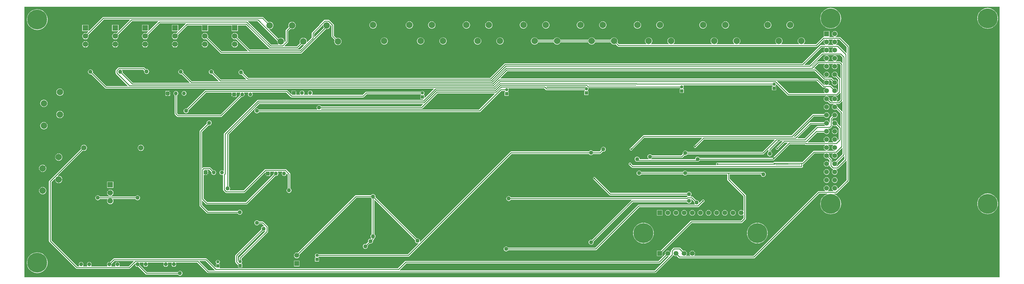
<source format=gbl>
G04*
G04 #@! TF.GenerationSoftware,Altium Limited,Altium Designer,21.2.2 (38)*
G04*
G04 Layer_Physical_Order=2*
G04 Layer_Color=16711680*
%FSLAX25Y25*%
%MOIN*%
G70*
G04*
G04 #@! TF.SameCoordinates,995D3981-EE6D-4FB4-BC24-832038281B60*
G04*
G04*
G04 #@! TF.FilePolarity,Positive*
G04*
G01*
G75*
%ADD14C,0.01000*%
%ADD52R,0.05906X0.05906*%
%ADD53C,0.05906*%
%ADD54C,0.24410*%
%ADD55C,0.06496*%
%ADD56C,0.07874*%
%ADD57C,0.03937*%
%ADD58R,0.03937X0.03937*%
%ADD59P,0.05031X8X22.5*%
%ADD60C,0.06693*%
%ADD61R,0.06693X0.06693*%
%ADD62C,0.04724*%
%ADD63R,0.04724X0.04724*%
%ADD64R,0.05906X0.05906*%
%ADD65C,0.05000*%
%ADD66C,0.02362*%
G36*
X1199197Y-333843D02*
X803D01*
Y-803D01*
X1199197D01*
X1199197Y-333843D01*
D02*
G37*
%LPC*%
G36*
X16872Y-3898D02*
Y-16372D01*
X29346D01*
X29209Y-14628D01*
X28742Y-12684D01*
X27977Y-10836D01*
X26932Y-9131D01*
X25633Y-7611D01*
X24113Y-6312D01*
X22408Y-5267D01*
X20560Y-4502D01*
X18616Y-4035D01*
X16872Y-3898D01*
D02*
G37*
G36*
X16372D02*
X14628Y-4035D01*
X12684Y-4502D01*
X10836Y-5267D01*
X9131Y-6312D01*
X7611Y-7611D01*
X6312Y-9131D01*
X5267Y-10836D01*
X4502Y-12684D01*
X4035Y-14628D01*
X3898Y-16372D01*
X16372D01*
Y-3898D01*
D02*
G37*
G36*
X1184513Y-2283D02*
X1182520Y-2440D01*
X1180575Y-2906D01*
X1178728Y-3672D01*
X1177023Y-4717D01*
X1175502Y-6015D01*
X1174203Y-7536D01*
X1173158Y-9241D01*
X1172393Y-11089D01*
X1171926Y-13033D01*
X1171769Y-15027D01*
X1171926Y-17020D01*
X1172393Y-18965D01*
X1173158Y-20812D01*
X1174203Y-22517D01*
X1175502Y-24038D01*
X1177023Y-25337D01*
X1178728Y-26382D01*
X1180575Y-27147D01*
X1182520Y-27614D01*
X1184513Y-27771D01*
X1186507Y-27614D01*
X1188451Y-27147D01*
X1190299Y-26382D01*
X1192004Y-25337D01*
X1193525Y-24038D01*
X1194823Y-22517D01*
X1195868Y-20812D01*
X1196634Y-18965D01*
X1197101Y-17020D01*
X1197257Y-15027D01*
X1197101Y-13033D01*
X1196634Y-11089D01*
X1195868Y-9241D01*
X1194823Y-7536D01*
X1193525Y-6015D01*
X1192004Y-4717D01*
X1190299Y-3672D01*
X1188451Y-2906D01*
X1186507Y-2440D01*
X1184513Y-2283D01*
D02*
G37*
G36*
X991600D02*
X989606Y-2440D01*
X987662Y-2906D01*
X985814Y-3672D01*
X984109Y-4717D01*
X982589Y-6015D01*
X981290Y-7536D01*
X980245Y-9241D01*
X979480Y-11089D01*
X979013Y-13033D01*
X978856Y-15027D01*
X979013Y-17020D01*
X979480Y-18965D01*
X980245Y-20812D01*
X981290Y-22517D01*
X982589Y-24038D01*
X984109Y-25337D01*
X985814Y-26382D01*
X987662Y-27147D01*
X989606Y-27614D01*
X991600Y-27771D01*
X993594Y-27614D01*
X995538Y-27147D01*
X997386Y-26382D01*
X999091Y-25337D01*
X1000611Y-24038D01*
X1001910Y-22517D01*
X1002955Y-20812D01*
X1003720Y-18965D01*
X1004187Y-17020D01*
X1004344Y-15027D01*
X1004187Y-13033D01*
X1003720Y-11089D01*
X1002955Y-9241D01*
X1001910Y-7536D01*
X1000611Y-6015D01*
X999091Y-4717D01*
X997386Y-3672D01*
X995538Y-2906D01*
X993594Y-2440D01*
X991600Y-2283D01*
D02*
G37*
G36*
X941780Y-18840D02*
X940621Y-18992D01*
X939542Y-19439D01*
X938615Y-20151D01*
X937904Y-21077D01*
X937457Y-22157D01*
X937304Y-23315D01*
X937457Y-24473D01*
X937904Y-25553D01*
X938615Y-26480D01*
X939542Y-27191D01*
X940621Y-27638D01*
X941780Y-27790D01*
X942938Y-27638D01*
X944017Y-27191D01*
X944944Y-26480D01*
X945655Y-25553D01*
X946102Y-24473D01*
X946255Y-23315D01*
X946102Y-22157D01*
X945655Y-21077D01*
X944944Y-20151D01*
X944017Y-19439D01*
X942938Y-18992D01*
X941780Y-18840D01*
D02*
G37*
G36*
X914220D02*
X913062Y-18992D01*
X911983Y-19439D01*
X911056Y-20151D01*
X910345Y-21077D01*
X909898Y-22157D01*
X909745Y-23315D01*
X909898Y-24473D01*
X910345Y-25553D01*
X911056Y-26480D01*
X911983Y-27191D01*
X913062Y-27638D01*
X914220Y-27790D01*
X915379Y-27638D01*
X916458Y-27191D01*
X917385Y-26480D01*
X918096Y-25553D01*
X918543Y-24473D01*
X918696Y-23315D01*
X918543Y-22157D01*
X918096Y-21077D01*
X917385Y-20151D01*
X916458Y-19439D01*
X915379Y-18992D01*
X914220Y-18840D01*
D02*
G37*
G36*
X862280D02*
X861121Y-18992D01*
X860042Y-19439D01*
X859115Y-20151D01*
X858404Y-21077D01*
X857957Y-22157D01*
X857804Y-23315D01*
X857957Y-24473D01*
X858404Y-25553D01*
X859115Y-26480D01*
X860042Y-27191D01*
X861121Y-27638D01*
X862280Y-27790D01*
X863438Y-27638D01*
X864517Y-27191D01*
X865444Y-26480D01*
X866155Y-25553D01*
X866602Y-24473D01*
X866755Y-23315D01*
X866602Y-22157D01*
X866155Y-21077D01*
X865444Y-20151D01*
X864517Y-19439D01*
X863438Y-18992D01*
X862280Y-18840D01*
D02*
G37*
G36*
X834720D02*
X833562Y-18992D01*
X832483Y-19439D01*
X831556Y-20151D01*
X830845Y-21077D01*
X830398Y-22157D01*
X830245Y-23315D01*
X830398Y-24473D01*
X830845Y-25553D01*
X831556Y-26480D01*
X832483Y-27191D01*
X833562Y-27638D01*
X834720Y-27790D01*
X835879Y-27638D01*
X836958Y-27191D01*
X837885Y-26480D01*
X838596Y-25553D01*
X839043Y-24473D01*
X839196Y-23315D01*
X839043Y-22157D01*
X838596Y-21077D01*
X837885Y-20151D01*
X836958Y-19439D01*
X835879Y-18992D01*
X834720Y-18840D01*
D02*
G37*
G36*
X781720D02*
X780562Y-18992D01*
X779483Y-19439D01*
X778556Y-20151D01*
X777845Y-21077D01*
X777398Y-22157D01*
X777245Y-23315D01*
X777398Y-24473D01*
X777845Y-25553D01*
X778556Y-26480D01*
X779483Y-27191D01*
X780562Y-27638D01*
X781720Y-27790D01*
X782879Y-27638D01*
X783958Y-27191D01*
X784885Y-26480D01*
X785596Y-25553D01*
X786043Y-24473D01*
X786196Y-23315D01*
X786043Y-22157D01*
X785596Y-21077D01*
X784885Y-20151D01*
X783958Y-19439D01*
X782879Y-18992D01*
X781720Y-18840D01*
D02*
G37*
G36*
X754161D02*
X753003Y-18992D01*
X751924Y-19439D01*
X750997Y-20151D01*
X750286Y-21077D01*
X749839Y-22157D01*
X749686Y-23315D01*
X749839Y-24473D01*
X750286Y-25553D01*
X750997Y-26480D01*
X751924Y-27191D01*
X753003Y-27638D01*
X754161Y-27790D01*
X755320Y-27638D01*
X756399Y-27191D01*
X757326Y-26480D01*
X758037Y-25553D01*
X758484Y-24473D01*
X758637Y-23315D01*
X758484Y-22157D01*
X758037Y-21077D01*
X757326Y-20151D01*
X756399Y-19439D01*
X755320Y-18992D01*
X754161Y-18840D01*
D02*
G37*
G36*
X711657D02*
X710499Y-18992D01*
X709420Y-19439D01*
X708493Y-20151D01*
X707782Y-21077D01*
X707335Y-22157D01*
X707182Y-23315D01*
X707335Y-24473D01*
X707782Y-25553D01*
X708493Y-26480D01*
X709420Y-27191D01*
X710499Y-27638D01*
X711657Y-27790D01*
X712816Y-27638D01*
X713895Y-27191D01*
X714822Y-26480D01*
X715533Y-25553D01*
X715980Y-24473D01*
X716133Y-23315D01*
X715980Y-22157D01*
X715533Y-21077D01*
X714822Y-20151D01*
X713895Y-19439D01*
X712816Y-18992D01*
X711657Y-18840D01*
D02*
G37*
G36*
X684098D02*
X682940Y-18992D01*
X681861Y-19439D01*
X680934Y-20151D01*
X680223Y-21077D01*
X679776Y-22157D01*
X679623Y-23315D01*
X679776Y-24473D01*
X680223Y-25553D01*
X680934Y-26480D01*
X681861Y-27191D01*
X682940Y-27638D01*
X684098Y-27790D01*
X685257Y-27638D01*
X686336Y-27191D01*
X687263Y-26480D01*
X687974Y-25553D01*
X688421Y-24473D01*
X688574Y-23315D01*
X688421Y-22157D01*
X687974Y-21077D01*
X687263Y-20151D01*
X686336Y-19439D01*
X685257Y-18992D01*
X684098Y-18840D01*
D02*
G37*
G36*
X641594D02*
X640436Y-18992D01*
X639357Y-19439D01*
X638430Y-20151D01*
X637719Y-21077D01*
X637272Y-22157D01*
X637119Y-23315D01*
X637272Y-24473D01*
X637719Y-25553D01*
X638430Y-26480D01*
X639357Y-27191D01*
X640436Y-27638D01*
X641594Y-27790D01*
X642753Y-27638D01*
X643832Y-27191D01*
X644759Y-26480D01*
X645470Y-25553D01*
X645917Y-24473D01*
X646070Y-23315D01*
X645917Y-22157D01*
X645470Y-21077D01*
X644759Y-20151D01*
X643832Y-19439D01*
X642753Y-18992D01*
X641594Y-18840D01*
D02*
G37*
G36*
X614035D02*
X612877Y-18992D01*
X611798Y-19439D01*
X610871Y-20151D01*
X610160Y-21077D01*
X609713Y-22157D01*
X609560Y-23315D01*
X609713Y-24473D01*
X610160Y-25553D01*
X610871Y-26480D01*
X611798Y-27191D01*
X612877Y-27638D01*
X614035Y-27790D01*
X615194Y-27638D01*
X616273Y-27191D01*
X617200Y-26480D01*
X617911Y-25553D01*
X618358Y-24473D01*
X618511Y-23315D01*
X618358Y-22157D01*
X617911Y-21077D01*
X617200Y-20151D01*
X616273Y-19439D01*
X615194Y-18992D01*
X614035Y-18840D01*
D02*
G37*
G36*
X571531D02*
X570373Y-18992D01*
X569294Y-19439D01*
X568367Y-20151D01*
X567656Y-21077D01*
X567209Y-22157D01*
X567056Y-23315D01*
X567209Y-24473D01*
X567656Y-25553D01*
X568367Y-26480D01*
X569294Y-27191D01*
X570373Y-27638D01*
X571531Y-27790D01*
X572690Y-27638D01*
X573769Y-27191D01*
X574696Y-26480D01*
X575407Y-25553D01*
X575854Y-24473D01*
X576007Y-23315D01*
X575854Y-22157D01*
X575407Y-21077D01*
X574696Y-20151D01*
X573769Y-19439D01*
X572690Y-18992D01*
X571531Y-18840D01*
D02*
G37*
G36*
X543972D02*
X542814Y-18992D01*
X541735Y-19439D01*
X540808Y-20151D01*
X540097Y-21077D01*
X539650Y-22157D01*
X539497Y-23315D01*
X539650Y-24473D01*
X540097Y-25553D01*
X540808Y-26480D01*
X541735Y-27191D01*
X542814Y-27638D01*
X543972Y-27790D01*
X545131Y-27638D01*
X546210Y-27191D01*
X547137Y-26480D01*
X547848Y-25553D01*
X548295Y-24473D01*
X548448Y-23315D01*
X548295Y-22157D01*
X547848Y-21077D01*
X547137Y-20151D01*
X546210Y-19439D01*
X545131Y-18992D01*
X543972Y-18840D01*
D02*
G37*
G36*
X501469D02*
X500310Y-18992D01*
X499231Y-19439D01*
X498304Y-20151D01*
X497593Y-21077D01*
X497146Y-22157D01*
X496993Y-23315D01*
X497146Y-24473D01*
X497593Y-25553D01*
X498304Y-26480D01*
X499231Y-27191D01*
X500310Y-27638D01*
X501469Y-27790D01*
X502627Y-27638D01*
X503706Y-27191D01*
X504633Y-26480D01*
X505344Y-25553D01*
X505791Y-24473D01*
X505944Y-23315D01*
X505791Y-22157D01*
X505344Y-21077D01*
X504633Y-20151D01*
X503706Y-19439D01*
X502627Y-18992D01*
X501469Y-18840D01*
D02*
G37*
G36*
X473909D02*
X472751Y-18992D01*
X471672Y-19439D01*
X470745Y-20151D01*
X470034Y-21077D01*
X469587Y-22157D01*
X469434Y-23315D01*
X469587Y-24473D01*
X470034Y-25553D01*
X470745Y-26480D01*
X471672Y-27191D01*
X472751Y-27638D01*
X473909Y-27790D01*
X475068Y-27638D01*
X476147Y-27191D01*
X477074Y-26480D01*
X477785Y-25553D01*
X478232Y-24473D01*
X478385Y-23315D01*
X478232Y-22157D01*
X477785Y-21077D01*
X477074Y-20151D01*
X476147Y-19439D01*
X475068Y-18992D01*
X473909Y-18840D01*
D02*
G37*
G36*
X429220D02*
X428062Y-18992D01*
X426983Y-19439D01*
X426056Y-20151D01*
X425345Y-21077D01*
X424898Y-22157D01*
X424745Y-23315D01*
X424898Y-24473D01*
X425345Y-25553D01*
X426056Y-26480D01*
X426983Y-27191D01*
X428062Y-27638D01*
X429220Y-27790D01*
X430379Y-27638D01*
X431458Y-27191D01*
X432385Y-26480D01*
X433096Y-25553D01*
X433543Y-24473D01*
X433696Y-23315D01*
X433543Y-22157D01*
X433096Y-21077D01*
X432385Y-20151D01*
X431458Y-19439D01*
X430379Y-18992D01*
X429220Y-18840D01*
D02*
G37*
G36*
X29346Y-16872D02*
X16872D01*
Y-29346D01*
X18616Y-29209D01*
X20560Y-28742D01*
X22408Y-27977D01*
X24113Y-26932D01*
X25633Y-25633D01*
X26932Y-24113D01*
X27977Y-22408D01*
X28742Y-20560D01*
X29209Y-18616D01*
X29346Y-16872D01*
D02*
G37*
G36*
X16372D02*
X3898D01*
X4035Y-18616D01*
X4502Y-20560D01*
X5267Y-22408D01*
X6312Y-24113D01*
X7611Y-25633D01*
X9131Y-26932D01*
X10836Y-27977D01*
X12684Y-28742D01*
X14628Y-29209D01*
X16372Y-29346D01*
Y-16872D01*
D02*
G37*
G36*
X293405Y-13471D02*
X97819D01*
X97234Y-13587D01*
X96738Y-13919D01*
X80165Y-30491D01*
X79665Y-30284D01*
Y-23154D01*
X71973D01*
Y-30846D01*
X79103D01*
X79310Y-31346D01*
X77234Y-33423D01*
X76823Y-33253D01*
X75819Y-33120D01*
X74815Y-33253D01*
X73879Y-33640D01*
X73076Y-34257D01*
X72459Y-35060D01*
X72072Y-35996D01*
X71939Y-37000D01*
X72072Y-38004D01*
X72459Y-38940D01*
X73076Y-39743D01*
X73879Y-40360D01*
X74815Y-40747D01*
X75819Y-40880D01*
X76823Y-40747D01*
X77759Y-40360D01*
X78562Y-39743D01*
X79179Y-38940D01*
X79566Y-38004D01*
X79699Y-37000D01*
X79566Y-35996D01*
X79396Y-35585D01*
X98453Y-16529D01*
X130173D01*
X130365Y-16991D01*
X116866Y-30491D01*
X116366Y-30284D01*
Y-23154D01*
X108673D01*
Y-30846D01*
X115803D01*
X116010Y-31346D01*
X113934Y-33423D01*
X113523Y-33253D01*
X112519Y-33120D01*
X111515Y-33253D01*
X110579Y-33640D01*
X109776Y-34257D01*
X109159Y-35060D01*
X108772Y-35996D01*
X108639Y-37000D01*
X108772Y-38004D01*
X109159Y-38940D01*
X109776Y-39743D01*
X110579Y-40360D01*
X111515Y-40747D01*
X112519Y-40880D01*
X113523Y-40747D01*
X114459Y-40360D01*
X115262Y-39743D01*
X115879Y-38940D01*
X116266Y-38004D01*
X116399Y-37000D01*
X116266Y-35996D01*
X116096Y-35585D01*
X133152Y-18529D01*
X164873D01*
X165065Y-18991D01*
X153566Y-30491D01*
X153066Y-30284D01*
Y-23154D01*
X145373D01*
Y-30846D01*
X152503D01*
X152710Y-31346D01*
X150634Y-33423D01*
X150223Y-33253D01*
X149219Y-33120D01*
X148215Y-33253D01*
X147279Y-33640D01*
X146476Y-34257D01*
X145859Y-35060D01*
X145472Y-35996D01*
X145339Y-37000D01*
X145472Y-38004D01*
X145859Y-38940D01*
X146476Y-39743D01*
X147279Y-40360D01*
X148215Y-40747D01*
X149219Y-40880D01*
X150223Y-40747D01*
X151159Y-40360D01*
X151962Y-39743D01*
X152579Y-38940D01*
X152966Y-38004D01*
X153099Y-37000D01*
X152966Y-35996D01*
X152796Y-35585D01*
X167352Y-21029D01*
X199020D01*
X199227Y-21529D01*
X190266Y-30491D01*
X189766Y-30284D01*
Y-23154D01*
X182073D01*
Y-30846D01*
X189203D01*
X189410Y-31346D01*
X187334Y-33423D01*
X186923Y-33253D01*
X185919Y-33120D01*
X184915Y-33253D01*
X183979Y-33640D01*
X183176Y-34257D01*
X182559Y-35060D01*
X182172Y-35996D01*
X182039Y-37000D01*
X182172Y-38004D01*
X182559Y-38940D01*
X183176Y-39743D01*
X183979Y-40360D01*
X184915Y-40747D01*
X185919Y-40880D01*
X186923Y-40747D01*
X187859Y-40360D01*
X188662Y-39743D01*
X189279Y-38940D01*
X189666Y-38004D01*
X189799Y-37000D01*
X189666Y-35996D01*
X189496Y-35585D01*
X201399Y-23683D01*
X218773D01*
Y-30846D01*
X226466D01*
Y-23683D01*
X255473D01*
Y-30846D01*
X263165D01*
Y-23683D01*
X273020D01*
X301356Y-52018D01*
X301852Y-52350D01*
X302437Y-52466D01*
X336122D01*
X336707Y-52350D01*
X337203Y-52018D01*
X341692Y-47529D01*
X342401Y-47823D01*
X343559Y-47975D01*
X343955Y-47923D01*
X344189Y-48397D01*
X339115Y-53471D01*
X277953D01*
X262896Y-38415D01*
X263066Y-38004D01*
X263199Y-37000D01*
X263066Y-35996D01*
X262679Y-35060D01*
X262062Y-34257D01*
X261259Y-33640D01*
X260323Y-33253D01*
X259319Y-33120D01*
X258315Y-33253D01*
X257379Y-33640D01*
X256576Y-34257D01*
X255959Y-35060D01*
X255572Y-35996D01*
X255439Y-37000D01*
X255572Y-38004D01*
X255959Y-38940D01*
X256576Y-39743D01*
X257379Y-40360D01*
X258315Y-40747D01*
X259319Y-40880D01*
X260323Y-40747D01*
X260734Y-40577D01*
X275165Y-55009D01*
X274973Y-55471D01*
X243252D01*
X226196Y-38415D01*
X226366Y-38004D01*
X226499Y-37000D01*
X226366Y-35996D01*
X225979Y-35060D01*
X225362Y-34257D01*
X224559Y-33640D01*
X223623Y-33253D01*
X222619Y-33120D01*
X221615Y-33253D01*
X220679Y-33640D01*
X219876Y-34257D01*
X219259Y-35060D01*
X218872Y-35996D01*
X218739Y-37000D01*
X218872Y-38004D01*
X219259Y-38940D01*
X219876Y-39743D01*
X220679Y-40360D01*
X221615Y-40747D01*
X222619Y-40880D01*
X223623Y-40747D01*
X224034Y-40577D01*
X241538Y-58081D01*
X242034Y-58413D01*
X242619Y-58529D01*
X340577D01*
X341162Y-58413D01*
X341658Y-58081D01*
X371546Y-28193D01*
X372283Y-28290D01*
X373442Y-28138D01*
X374521Y-27691D01*
X375448Y-26980D01*
X376159Y-26053D01*
X376606Y-24973D01*
X376759Y-23815D01*
X376707Y-23419D01*
X377180Y-23185D01*
X378112Y-24117D01*
Y-37079D01*
X378229Y-37664D01*
X378560Y-38160D01*
X382034Y-41633D01*
X381740Y-42342D01*
X381588Y-43500D01*
X381740Y-44658D01*
X382187Y-45738D01*
X382898Y-46665D01*
X383825Y-47376D01*
X384905Y-47823D01*
X386063Y-47975D01*
X387221Y-47823D01*
X388301Y-47376D01*
X389228Y-46665D01*
X389939Y-45738D01*
X390386Y-44658D01*
X390538Y-43500D01*
X390386Y-42342D01*
X389939Y-41262D01*
X389228Y-40336D01*
X388301Y-39624D01*
X387221Y-39177D01*
X386063Y-39025D01*
X384905Y-39177D01*
X384196Y-39471D01*
X381171Y-36445D01*
Y-23484D01*
X381055Y-22899D01*
X380723Y-22402D01*
X375617Y-17297D01*
X375121Y-16965D01*
X374536Y-16849D01*
X370031D01*
X369446Y-16965D01*
X368950Y-17297D01*
X363919Y-22328D01*
X363587Y-22824D01*
X363481Y-23356D01*
X354324Y-32513D01*
X353993Y-33009D01*
X353876Y-33594D01*
Y-38709D01*
X348456Y-44130D01*
X347982Y-43896D01*
X348034Y-43500D01*
X347882Y-42342D01*
X347435Y-41262D01*
X346724Y-40336D01*
X345797Y-39624D01*
X344717Y-39177D01*
X343559Y-39025D01*
X342401Y-39177D01*
X341321Y-39624D01*
X340394Y-40336D01*
X339683Y-41262D01*
X339236Y-42342D01*
X339084Y-43500D01*
X339236Y-44658D01*
X339530Y-45367D01*
X335489Y-49408D01*
X320598D01*
X320406Y-48946D01*
X324440Y-44912D01*
X324771Y-44416D01*
X324888Y-43831D01*
Y-30870D01*
X327913Y-27844D01*
X328621Y-28138D01*
X329780Y-28290D01*
X330938Y-28138D01*
X332017Y-27691D01*
X332944Y-26980D01*
X333655Y-26053D01*
X334102Y-24973D01*
X334255Y-23815D01*
X334102Y-22657D01*
X333655Y-21577D01*
X332944Y-20651D01*
X332017Y-19939D01*
X330938Y-19492D01*
X329780Y-19340D01*
X328621Y-19492D01*
X327542Y-19939D01*
X326615Y-20651D01*
X325904Y-21577D01*
X325457Y-22657D01*
X325304Y-23815D01*
X325457Y-24973D01*
X325750Y-25681D01*
X322277Y-29155D01*
X321945Y-29651D01*
X321829Y-30236D01*
Y-43198D01*
X320897Y-44129D01*
X320423Y-43896D01*
X320475Y-43500D01*
X320323Y-42342D01*
X319876Y-41262D01*
X319164Y-40336D01*
X318238Y-39624D01*
X317158Y-39177D01*
X316000Y-39025D01*
X314842Y-39177D01*
X313762Y-39624D01*
X313050Y-40171D01*
X301591Y-28712D01*
X301825Y-28238D01*
X302220Y-28290D01*
X303379Y-28138D01*
X304458Y-27691D01*
X305385Y-26980D01*
X306096Y-26053D01*
X306543Y-24973D01*
X306696Y-23815D01*
X306543Y-22657D01*
X306096Y-21577D01*
X305385Y-20651D01*
X304458Y-19939D01*
X303379Y-19492D01*
X302220Y-19340D01*
X301062Y-19492D01*
X300354Y-19786D01*
X294487Y-13919D01*
X293991Y-13587D01*
X293405Y-13471D01*
D02*
G37*
G36*
X996600Y-30718D02*
X995699Y-30836D01*
X994859Y-31184D01*
X994137Y-31738D01*
X993584Y-32459D01*
X993236Y-33299D01*
X993118Y-34200D01*
X993236Y-35101D01*
X993584Y-35941D01*
X994137Y-36663D01*
X994859Y-37216D01*
X995699Y-37564D01*
X995750Y-37571D01*
X995717Y-38071D01*
X990251D01*
X990053Y-37653D01*
X990053Y-37571D01*
Y-30747D01*
X983147D01*
Y-37571D01*
X983147Y-37653D01*
X982949Y-38071D01*
X982900D01*
X982315Y-38187D01*
X981819Y-38519D01*
X973367Y-46971D01*
X958494D01*
X958325Y-46471D01*
X958724Y-46165D01*
X959435Y-45238D01*
X959882Y-44158D01*
X960034Y-43000D01*
X959882Y-41842D01*
X959435Y-40762D01*
X958724Y-39836D01*
X957797Y-39124D01*
X956717Y-38677D01*
X955559Y-38525D01*
X954401Y-38677D01*
X953321Y-39124D01*
X952394Y-39836D01*
X951683Y-40762D01*
X951236Y-41842D01*
X951084Y-43000D01*
X951236Y-44158D01*
X951683Y-45238D01*
X952394Y-46165D01*
X952793Y-46471D01*
X952624Y-46971D01*
X930935D01*
X930766Y-46471D01*
X931164Y-46165D01*
X931876Y-45238D01*
X932323Y-44158D01*
X932475Y-43000D01*
X932323Y-41842D01*
X931876Y-40762D01*
X931164Y-39836D01*
X930238Y-39124D01*
X929158Y-38677D01*
X928000Y-38525D01*
X926842Y-38677D01*
X925762Y-39124D01*
X924835Y-39836D01*
X924124Y-40762D01*
X923677Y-41842D01*
X923525Y-43000D01*
X923677Y-44158D01*
X924124Y-45238D01*
X924835Y-46165D01*
X925234Y-46471D01*
X925065Y-46971D01*
X878994D01*
X878825Y-46471D01*
X879224Y-46165D01*
X879935Y-45238D01*
X880382Y-44158D01*
X880534Y-43000D01*
X880382Y-41842D01*
X879935Y-40762D01*
X879224Y-39836D01*
X878297Y-39124D01*
X877217Y-38677D01*
X876059Y-38525D01*
X874901Y-38677D01*
X873821Y-39124D01*
X872894Y-39836D01*
X872183Y-40762D01*
X871736Y-41842D01*
X871584Y-43000D01*
X871736Y-44158D01*
X872183Y-45238D01*
X872894Y-46165D01*
X873293Y-46471D01*
X873124Y-46971D01*
X851435D01*
X851266Y-46471D01*
X851665Y-46165D01*
X852376Y-45238D01*
X852823Y-44158D01*
X852975Y-43000D01*
X852823Y-41842D01*
X852376Y-40762D01*
X851665Y-39836D01*
X850738Y-39124D01*
X849658Y-38677D01*
X848500Y-38525D01*
X847342Y-38677D01*
X846262Y-39124D01*
X845335Y-39836D01*
X844624Y-40762D01*
X844177Y-41842D01*
X844025Y-43000D01*
X844177Y-44158D01*
X844624Y-45238D01*
X845335Y-46165D01*
X845734Y-46471D01*
X845565Y-46971D01*
X798435D01*
X798266Y-46471D01*
X798665Y-46165D01*
X799376Y-45238D01*
X799823Y-44158D01*
X799975Y-43000D01*
X799823Y-41842D01*
X799376Y-40762D01*
X798665Y-39836D01*
X797738Y-39124D01*
X796658Y-38677D01*
X795500Y-38525D01*
X794342Y-38677D01*
X793262Y-39124D01*
X792336Y-39836D01*
X791624Y-40762D01*
X791177Y-41842D01*
X791025Y-43000D01*
X791177Y-44158D01*
X791624Y-45238D01*
X792336Y-46165D01*
X792734Y-46471D01*
X792565Y-46971D01*
X770876D01*
X770707Y-46471D01*
X771105Y-46165D01*
X771817Y-45238D01*
X772264Y-44158D01*
X772416Y-43000D01*
X772264Y-41842D01*
X771817Y-40762D01*
X771105Y-39836D01*
X770179Y-39124D01*
X769099Y-38677D01*
X767941Y-38525D01*
X766783Y-38677D01*
X765703Y-39124D01*
X764777Y-39836D01*
X764065Y-40762D01*
X763618Y-41842D01*
X763466Y-43000D01*
X763618Y-44158D01*
X764065Y-45238D01*
X764777Y-46165D01*
X765175Y-46471D01*
X765006Y-46971D01*
X731570D01*
X729466Y-44867D01*
X729760Y-44158D01*
X729912Y-43000D01*
X729760Y-41842D01*
X729313Y-40762D01*
X728602Y-39836D01*
X727675Y-39124D01*
X726595Y-38677D01*
X725437Y-38525D01*
X724279Y-38677D01*
X723199Y-39124D01*
X722272Y-39836D01*
X721561Y-40762D01*
X721268Y-41471D01*
X702047D01*
X701754Y-40762D01*
X701043Y-39836D01*
X700116Y-39124D01*
X699036Y-38677D01*
X697878Y-38525D01*
X696720Y-38677D01*
X695640Y-39124D01*
X694713Y-39836D01*
X694002Y-40762D01*
X693709Y-41471D01*
X659543D01*
X659250Y-40762D01*
X658538Y-39836D01*
X657612Y-39124D01*
X656532Y-38677D01*
X655374Y-38525D01*
X654216Y-38677D01*
X653136Y-39124D01*
X652210Y-39836D01*
X651498Y-40762D01*
X651205Y-41471D01*
X631984D01*
X631691Y-40762D01*
X630979Y-39836D01*
X630053Y-39124D01*
X628973Y-38677D01*
X627815Y-38525D01*
X626657Y-38677D01*
X625577Y-39124D01*
X624650Y-39836D01*
X623939Y-40762D01*
X623492Y-41842D01*
X623340Y-43000D01*
X623492Y-44158D01*
X623939Y-45238D01*
X624650Y-46165D01*
X625577Y-46876D01*
X626657Y-47323D01*
X627815Y-47475D01*
X628973Y-47323D01*
X630053Y-46876D01*
X630979Y-46165D01*
X631691Y-45238D01*
X631984Y-44529D01*
X651205D01*
X651498Y-45238D01*
X652210Y-46165D01*
X653136Y-46876D01*
X654216Y-47323D01*
X655374Y-47475D01*
X656532Y-47323D01*
X657612Y-46876D01*
X658538Y-46165D01*
X659250Y-45238D01*
X659543Y-44529D01*
X693709D01*
X694002Y-45238D01*
X694713Y-46165D01*
X695640Y-46876D01*
X696720Y-47323D01*
X697878Y-47475D01*
X699036Y-47323D01*
X700116Y-46876D01*
X701043Y-46165D01*
X701754Y-45238D01*
X702047Y-44529D01*
X721268D01*
X721561Y-45238D01*
X722272Y-46165D01*
X723199Y-46876D01*
X724279Y-47323D01*
X725437Y-47475D01*
X726595Y-47323D01*
X727304Y-47029D01*
X729856Y-49581D01*
X730352Y-49913D01*
X730937Y-50029D01*
X974000D01*
X974585Y-49913D01*
X975081Y-49581D01*
X983533Y-41129D01*
X984109D01*
X984278Y-41629D01*
X984138Y-41737D01*
X983584Y-42459D01*
X983236Y-43299D01*
X983117Y-44200D01*
X983236Y-45101D01*
X983584Y-45941D01*
X984138Y-46663D01*
X984859Y-47216D01*
X985232Y-47371D01*
X985133Y-47871D01*
X979900D01*
X979315Y-47987D01*
X978819Y-48319D01*
X956666Y-70471D01*
X591672D01*
X591086Y-70587D01*
X590590Y-70919D01*
X573038Y-88471D01*
X276133D01*
X269925Y-82263D01*
X270026Y-81500D01*
X269923Y-80717D01*
X269620Y-79987D01*
X269140Y-79360D01*
X268513Y-78879D01*
X267783Y-78577D01*
X267000Y-78474D01*
X266217Y-78577D01*
X265487Y-78879D01*
X264860Y-79360D01*
X264380Y-79987D01*
X264077Y-80717D01*
X263974Y-81500D01*
X264077Y-82283D01*
X264380Y-83013D01*
X264860Y-83640D01*
X265487Y-84121D01*
X266217Y-84423D01*
X267000Y-84526D01*
X267763Y-84425D01*
X273346Y-90009D01*
X273154Y-90471D01*
X242133D01*
X233425Y-81763D01*
X233526Y-81000D01*
X233423Y-80217D01*
X233120Y-79487D01*
X232640Y-78860D01*
X232013Y-78379D01*
X231283Y-78077D01*
X230500Y-77974D01*
X229717Y-78077D01*
X228987Y-78379D01*
X228360Y-78860D01*
X227880Y-79487D01*
X227577Y-80217D01*
X227474Y-81000D01*
X227577Y-81783D01*
X227880Y-82513D01*
X228360Y-83140D01*
X228987Y-83621D01*
X229717Y-83923D01*
X230500Y-84026D01*
X231263Y-83925D01*
X239346Y-92009D01*
X239154Y-92471D01*
X206633D01*
X195925Y-81763D01*
X196026Y-81000D01*
X195923Y-80217D01*
X195621Y-79487D01*
X195140Y-78860D01*
X194513Y-78379D01*
X193783Y-78077D01*
X193000Y-77974D01*
X192217Y-78077D01*
X191487Y-78379D01*
X190860Y-78860D01*
X190380Y-79487D01*
X190077Y-80217D01*
X189974Y-81000D01*
X190077Y-81783D01*
X190380Y-82513D01*
X190860Y-83140D01*
X191487Y-83621D01*
X192217Y-83923D01*
X193000Y-84026D01*
X193763Y-83925D01*
X203846Y-94009D01*
X203654Y-94471D01*
X134134D01*
X121425Y-81763D01*
X121526Y-81000D01*
X121423Y-80217D01*
X121121Y-79487D01*
X120769Y-79029D01*
X120990Y-78529D01*
X146867D01*
X148074Y-79737D01*
X147974Y-80500D01*
X148077Y-81283D01*
X148380Y-82013D01*
X148860Y-82640D01*
X149487Y-83121D01*
X150217Y-83423D01*
X151000Y-83526D01*
X151783Y-83423D01*
X152513Y-83121D01*
X153140Y-82640D01*
X153621Y-82013D01*
X153923Y-81283D01*
X154026Y-80500D01*
X153923Y-79717D01*
X153621Y-78987D01*
X153140Y-78360D01*
X152513Y-77880D01*
X151783Y-77577D01*
X151000Y-77474D01*
X150237Y-77574D01*
X148581Y-75919D01*
X148085Y-75587D01*
X147500Y-75471D01*
X116843D01*
X116258Y-75587D01*
X115762Y-75919D01*
X113419Y-78262D01*
X113087Y-78758D01*
X112971Y-79343D01*
Y-82657D01*
X113087Y-83242D01*
X113419Y-83738D01*
X127689Y-98009D01*
X127498Y-98471D01*
X101634D01*
X84926Y-81763D01*
X85026Y-81000D01*
X84923Y-80217D01*
X84620Y-79487D01*
X84140Y-78860D01*
X83513Y-78379D01*
X82783Y-78077D01*
X82000Y-77974D01*
X81217Y-78077D01*
X80487Y-78379D01*
X79860Y-78860D01*
X79379Y-79487D01*
X79077Y-80217D01*
X78974Y-81000D01*
X79077Y-81783D01*
X79379Y-82513D01*
X79860Y-83140D01*
X80487Y-83621D01*
X81217Y-83923D01*
X82000Y-84026D01*
X82763Y-83925D01*
X99919Y-101081D01*
X100415Y-101413D01*
X101000Y-101529D01*
X503713D01*
X503904Y-101991D01*
X492930Y-112965D01*
X492469Y-112774D01*
Y-109531D01*
X491554D01*
X491403Y-109031D01*
X491780Y-108780D01*
X492325Y-107963D01*
X492517Y-107000D01*
X492325Y-106037D01*
X491780Y-105220D01*
X490963Y-104675D01*
X490000Y-104483D01*
X489037Y-104675D01*
X488220Y-105220D01*
X488053Y-105471D01*
X421000D01*
X420415Y-105587D01*
X419919Y-105919D01*
X416504Y-109333D01*
X354448D01*
X354201Y-108833D01*
X354500Y-108443D01*
X354788Y-107747D01*
X354887Y-107000D01*
X354788Y-106253D01*
X354500Y-105556D01*
X354041Y-104959D01*
X353443Y-104500D01*
X352747Y-104211D01*
X352000Y-104113D01*
X351253Y-104211D01*
X350557Y-104500D01*
X349959Y-104959D01*
X349500Y-105556D01*
X349212Y-106253D01*
X349113Y-107000D01*
X349212Y-107747D01*
X349500Y-108443D01*
X349799Y-108833D01*
X349552Y-109333D01*
X344448D01*
X344201Y-108833D01*
X344500Y-108443D01*
X344789Y-107747D01*
X344887Y-107000D01*
X344789Y-106253D01*
X344500Y-105556D01*
X344041Y-104959D01*
X343443Y-104500D01*
X342747Y-104211D01*
X342000Y-104113D01*
X341253Y-104211D01*
X340557Y-104500D01*
X339959Y-104959D01*
X339500Y-105556D01*
X339212Y-106253D01*
X339113Y-107000D01*
X339212Y-107747D01*
X339500Y-108443D01*
X339799Y-108833D01*
X339552Y-109333D01*
X334862D01*
Y-107250D01*
X329138D01*
Y-108167D01*
X328676Y-108359D01*
X324188Y-103871D01*
X323692Y-103540D01*
X323107Y-103423D01*
X223547D01*
X222962Y-103540D01*
X222466Y-103871D01*
X200263Y-126075D01*
X199500Y-125974D01*
X198717Y-126077D01*
X197987Y-126380D01*
X197360Y-126860D01*
X196879Y-127487D01*
X196577Y-128217D01*
X196474Y-129000D01*
X196577Y-129783D01*
X196879Y-130513D01*
X197360Y-131140D01*
X197987Y-131621D01*
X198717Y-131923D01*
X199500Y-132026D01*
X200283Y-131923D01*
X201013Y-131621D01*
X201640Y-131140D01*
X202120Y-130513D01*
X202423Y-129783D01*
X202526Y-129000D01*
X202426Y-128237D01*
X224181Y-106482D01*
X255638D01*
Y-108565D01*
X261362D01*
Y-106482D01*
X266052D01*
X266299Y-106982D01*
X266000Y-107372D01*
X265711Y-108068D01*
X265613Y-108815D01*
X265697Y-109455D01*
X241682Y-133471D01*
X190234D01*
X188529Y-131766D01*
Y-109934D01*
X189041Y-109541D01*
X189500Y-108943D01*
X189788Y-108247D01*
X189887Y-107500D01*
X189788Y-106753D01*
X189500Y-106056D01*
X189041Y-105459D01*
X188444Y-105000D01*
X187747Y-104711D01*
X187000Y-104613D01*
X186253Y-104711D01*
X185556Y-105000D01*
X184959Y-105459D01*
X184500Y-106056D01*
X184212Y-106753D01*
X184113Y-107500D01*
X184212Y-108247D01*
X184500Y-108943D01*
X184959Y-109541D01*
X185471Y-109934D01*
Y-132400D01*
X185587Y-132985D01*
X185919Y-133481D01*
X188519Y-136081D01*
X189015Y-136413D01*
X189600Y-136529D01*
X242315D01*
X242900Y-136413D01*
X243396Y-136081D01*
X267860Y-111618D01*
X268500Y-111702D01*
X269247Y-111603D01*
X269943Y-111315D01*
X270541Y-110856D01*
X271000Y-110258D01*
X271288Y-109562D01*
X271387Y-108815D01*
X271288Y-108068D01*
X271000Y-107372D01*
X270701Y-106982D01*
X270948Y-106482D01*
X276052D01*
X276299Y-106982D01*
X276000Y-107372D01*
X275711Y-108068D01*
X275613Y-108815D01*
X275711Y-109562D01*
X276000Y-110258D01*
X276459Y-110856D01*
X277057Y-111315D01*
X277753Y-111603D01*
X278500Y-111702D01*
X279247Y-111603D01*
X279943Y-111315D01*
X280541Y-110856D01*
X281000Y-110258D01*
X281289Y-109562D01*
X281387Y-108815D01*
X281289Y-108068D01*
X281000Y-107372D01*
X280701Y-106982D01*
X280948Y-106482D01*
X322474D01*
X327935Y-111944D01*
X328431Y-112275D01*
X329016Y-112392D01*
X417138D01*
X417723Y-112275D01*
X418219Y-111944D01*
X421633Y-108529D01*
X488053D01*
X488220Y-108780D01*
X488597Y-109031D01*
X488446Y-109531D01*
X487532D01*
Y-114469D01*
X490774D01*
X490965Y-114930D01*
X490425Y-115471D01*
X288015D01*
X287429Y-115587D01*
X286933Y-115919D01*
X246281Y-156571D01*
X245949Y-157067D01*
X245833Y-157653D01*
Y-202552D01*
X245333Y-202799D01*
X244943Y-202500D01*
X244247Y-202211D01*
X243500Y-202113D01*
X242753Y-202211D01*
X242057Y-202500D01*
X241459Y-202959D01*
X241000Y-203556D01*
X240711Y-204253D01*
X240613Y-205000D01*
X240711Y-205747D01*
X241000Y-206443D01*
X241459Y-207041D01*
X242057Y-207500D01*
X242753Y-207788D01*
X243500Y-207887D01*
X244247Y-207788D01*
X244471Y-207696D01*
X244971Y-208030D01*
Y-226157D01*
X245087Y-226742D01*
X245419Y-227238D01*
X247762Y-229581D01*
X248258Y-229913D01*
X248843Y-230029D01*
X270839D01*
X271425Y-229913D01*
X271921Y-229581D01*
X296676Y-204826D01*
X297138Y-205018D01*
Y-205935D01*
X302862D01*
Y-203852D01*
X307552D01*
X307799Y-204352D01*
X307500Y-204742D01*
X307211Y-205438D01*
X307113Y-206185D01*
X307197Y-206825D01*
X272851Y-241171D01*
X225433D01*
X221129Y-236866D01*
Y-207862D01*
X223250D01*
Y-205000D01*
Y-202138D01*
X222164D01*
X221914Y-201638D01*
X222070Y-201429D01*
X227766D01*
X230697Y-204360D01*
X230613Y-205000D01*
X230712Y-205747D01*
X231000Y-206443D01*
X231459Y-207041D01*
X232057Y-207500D01*
X232753Y-207788D01*
X233500Y-207887D01*
X234247Y-207788D01*
X234943Y-207500D01*
X235541Y-207041D01*
X236000Y-206443D01*
X236288Y-205747D01*
X236387Y-205000D01*
X236288Y-204253D01*
X236000Y-203556D01*
X235541Y-202959D01*
X234943Y-202500D01*
X234247Y-202211D01*
X233500Y-202113D01*
X232860Y-202197D01*
X229481Y-198819D01*
X228985Y-198487D01*
X228400Y-198371D01*
X221200D01*
X220615Y-198487D01*
X220119Y-198819D01*
X219591Y-199346D01*
X219129Y-199154D01*
Y-154734D01*
X227137Y-146725D01*
X227900Y-146826D01*
X228683Y-146723D01*
X229413Y-146421D01*
X230040Y-145940D01*
X230521Y-145313D01*
X230823Y-144583D01*
X230926Y-143800D01*
X230823Y-143017D01*
X230521Y-142287D01*
X230040Y-141660D01*
X229413Y-141180D01*
X228683Y-140877D01*
X227900Y-140774D01*
X227117Y-140877D01*
X226387Y-141180D01*
X225760Y-141660D01*
X225279Y-142287D01*
X224977Y-143017D01*
X224874Y-143800D01*
X224974Y-144563D01*
X216519Y-153019D01*
X216187Y-153515D01*
X216071Y-154100D01*
Y-245500D01*
X216187Y-246085D01*
X216519Y-246581D01*
X224819Y-254881D01*
X225315Y-255213D01*
X225900Y-255329D01*
X262892D01*
X263360Y-255940D01*
X263987Y-256420D01*
X264717Y-256723D01*
X265500Y-256826D01*
X266283Y-256723D01*
X267013Y-256420D01*
X267640Y-255940D01*
X268121Y-255313D01*
X268423Y-254583D01*
X268526Y-253800D01*
X268423Y-253017D01*
X268121Y-252287D01*
X267640Y-251660D01*
X267013Y-251180D01*
X266283Y-250877D01*
X265500Y-250774D01*
X264717Y-250877D01*
X263987Y-251180D01*
X263360Y-251660D01*
X262892Y-252271D01*
X226534D01*
X219129Y-244866D01*
Y-239846D01*
X219591Y-239654D01*
X223719Y-243781D01*
X224215Y-244113D01*
X224800Y-244229D01*
X273485D01*
X274070Y-244113D01*
X274566Y-243781D01*
X309360Y-208988D01*
X310000Y-209072D01*
X310747Y-208974D01*
X311443Y-208685D01*
X312041Y-208226D01*
X312500Y-207628D01*
X312789Y-206932D01*
X312887Y-206185D01*
X312789Y-205438D01*
X312500Y-204742D01*
X312201Y-204352D01*
X312448Y-203852D01*
X317552D01*
X317799Y-204352D01*
X317500Y-204742D01*
X317212Y-205438D01*
X317113Y-206185D01*
X317212Y-206932D01*
X317500Y-207628D01*
X317959Y-208226D01*
X318557Y-208685D01*
X319253Y-208974D01*
X320000Y-209072D01*
X320747Y-208974D01*
X321443Y-208685D01*
X322041Y-208226D01*
X322500Y-207628D01*
X322789Y-206932D01*
X322853Y-206446D01*
X323380Y-206266D01*
X324471Y-207357D01*
Y-224392D01*
X323860Y-224860D01*
X323379Y-225487D01*
X323077Y-226217D01*
X322974Y-227000D01*
X323077Y-227783D01*
X323379Y-228513D01*
X323860Y-229140D01*
X324487Y-229621D01*
X325217Y-229923D01*
X326000Y-230026D01*
X326783Y-229923D01*
X327513Y-229621D01*
X328140Y-229140D01*
X328621Y-228513D01*
X328923Y-227783D01*
X329026Y-227000D01*
X328923Y-226217D01*
X328621Y-225487D01*
X328140Y-224860D01*
X327529Y-224392D01*
Y-206723D01*
X327413Y-206138D01*
X327081Y-205642D01*
X322681Y-201241D01*
X322185Y-200910D01*
X321600Y-200793D01*
X297016D01*
X296431Y-200910D01*
X295935Y-201241D01*
X270206Y-226971D01*
X252990D01*
X252769Y-226471D01*
X253120Y-226013D01*
X253423Y-225283D01*
X253526Y-224500D01*
X253423Y-223717D01*
X253120Y-222987D01*
X252640Y-222360D01*
X252029Y-221892D01*
Y-157977D01*
X289477Y-120529D01*
X490370D01*
X490561Y-120991D01*
X488082Y-123471D01*
X365608D01*
X365140Y-122860D01*
X364513Y-122380D01*
X363783Y-122077D01*
X363000Y-121974D01*
X362217Y-122077D01*
X361487Y-122380D01*
X360860Y-122860D01*
X360380Y-123487D01*
X360077Y-124217D01*
X359974Y-125000D01*
X360077Y-125783D01*
X360380Y-126513D01*
X360731Y-126971D01*
X360510Y-127471D01*
X289108D01*
X288640Y-126860D01*
X288013Y-126380D01*
X287283Y-126077D01*
X286500Y-125974D01*
X285717Y-126077D01*
X284987Y-126380D01*
X284360Y-126860D01*
X283879Y-127487D01*
X283577Y-128217D01*
X283474Y-129000D01*
X283577Y-129783D01*
X283879Y-130513D01*
X284360Y-131140D01*
X284987Y-131621D01*
X285717Y-131923D01*
X286500Y-132026D01*
X287283Y-131923D01*
X288013Y-131621D01*
X288640Y-131140D01*
X289108Y-130529D01*
X560127D01*
X560713Y-130413D01*
X561209Y-130081D01*
X586761Y-104529D01*
X591419D01*
X591586Y-104780D01*
X591963Y-105032D01*
X591812Y-105532D01*
X590898D01*
Y-110468D01*
X595835D01*
Y-105532D01*
X594921D01*
X594769Y-105032D01*
X595146Y-104780D01*
X595691Y-103963D01*
X595883Y-103000D01*
X595691Y-102037D01*
X595373Y-101561D01*
X595641Y-101061D01*
X639383D01*
X641403Y-103081D01*
X641899Y-103413D01*
X642485Y-103529D01*
X689419D01*
X689586Y-103780D01*
X689963Y-104032D01*
X689812Y-104532D01*
X688898D01*
Y-109468D01*
X693835D01*
Y-104532D01*
X692921D01*
X692769Y-104032D01*
X693146Y-103780D01*
X693691Y-102963D01*
X693883Y-102000D01*
X693770Y-101431D01*
X694177Y-100931D01*
X806715D01*
X806882Y-101182D01*
X807259Y-101434D01*
X807107Y-101934D01*
X806193D01*
Y-106870D01*
X811130D01*
Y-101934D01*
X810216D01*
X810064Y-101434D01*
X810441Y-101182D01*
X810987Y-100365D01*
X811178Y-99402D01*
X810987Y-98439D01*
X810669Y-97963D01*
X810936Y-97463D01*
X919996D01*
X920303Y-97922D01*
X920680Y-98174D01*
X920528Y-98674D01*
X919614D01*
Y-103611D01*
X924551D01*
Y-98674D01*
X923637D01*
X923485Y-98174D01*
X923862Y-97922D01*
X924408Y-97105D01*
X924520Y-96544D01*
X925062Y-96379D01*
X938464Y-109781D01*
X938960Y-110113D01*
X939546Y-110229D01*
X986222D01*
X986256Y-110258D01*
X986237Y-110503D01*
X986099Y-110783D01*
X985699Y-110836D01*
X984859Y-111184D01*
X984138Y-111738D01*
X983584Y-112459D01*
X983236Y-113299D01*
X983117Y-114200D01*
X983236Y-115101D01*
X983584Y-115941D01*
X984138Y-116663D01*
X984859Y-117216D01*
X985699Y-117564D01*
X986600Y-117683D01*
X987501Y-117564D01*
X987713Y-117476D01*
X990219Y-119981D01*
X990715Y-120313D01*
X991300Y-120429D01*
X995374D01*
X995473Y-120929D01*
X994859Y-121184D01*
X994137Y-121738D01*
X993584Y-122459D01*
X993236Y-123299D01*
X993118Y-124200D01*
X993236Y-125101D01*
X993584Y-125941D01*
X994137Y-126663D01*
X994859Y-127216D01*
X995699Y-127564D01*
X996600Y-127682D01*
X997501Y-127564D01*
X998341Y-127216D01*
X998518Y-127081D01*
X1003771Y-132334D01*
Y-147754D01*
X1003309Y-147946D01*
X1000022Y-144659D01*
X1000082Y-144200D01*
X999964Y-143299D01*
X999616Y-142459D01*
X999063Y-141737D01*
X998341Y-141184D01*
X997501Y-140836D01*
X996600Y-140717D01*
X995699Y-140836D01*
X994859Y-141184D01*
X994137Y-141737D01*
X994103Y-141783D01*
X993629Y-141622D01*
Y-139333D01*
X995487Y-137476D01*
X995699Y-137564D01*
X996600Y-137682D01*
X997501Y-137564D01*
X998341Y-137216D01*
X999063Y-136662D01*
X999616Y-135941D01*
X999964Y-135101D01*
X1000082Y-134200D01*
X999964Y-133299D01*
X999616Y-132459D01*
X999063Y-131737D01*
X998341Y-131184D01*
X997501Y-130836D01*
X996600Y-130718D01*
X995699Y-130836D01*
X994859Y-131184D01*
X994137Y-131737D01*
X993584Y-132459D01*
X993236Y-133299D01*
X993118Y-134200D01*
X993236Y-135101D01*
X993324Y-135313D01*
X991019Y-137619D01*
X990687Y-138115D01*
X990571Y-138700D01*
Y-143822D01*
X990542Y-143856D01*
X990297Y-143837D01*
X990017Y-143699D01*
X989964Y-143299D01*
X989616Y-142459D01*
X989062Y-141737D01*
X988341Y-141184D01*
X987501Y-140836D01*
X986600Y-140717D01*
X985699Y-140836D01*
X984859Y-141184D01*
X984138Y-141737D01*
X983584Y-142459D01*
X983413Y-142871D01*
X966700D01*
X966115Y-142987D01*
X965619Y-143319D01*
X947966Y-160971D01*
X946527D01*
X946335Y-160509D01*
X970914Y-135929D01*
X983579D01*
X983584Y-135941D01*
X984138Y-136662D01*
X984859Y-137216D01*
X985699Y-137564D01*
X986600Y-137682D01*
X987501Y-137564D01*
X988341Y-137216D01*
X989062Y-136662D01*
X989616Y-135941D01*
X989964Y-135101D01*
X990082Y-134200D01*
X989964Y-133299D01*
X989616Y-132459D01*
X989062Y-131737D01*
X988341Y-131184D01*
X987501Y-130836D01*
X986600Y-130718D01*
X985699Y-130836D01*
X984859Y-131184D01*
X984138Y-131737D01*
X983584Y-132459D01*
X983413Y-132871D01*
X970281D01*
X969696Y-132987D01*
X969200Y-133319D01*
X943548Y-158971D01*
X761974D01*
X761389Y-159087D01*
X760893Y-159419D01*
X745814Y-174497D01*
X745718Y-174516D01*
X745162Y-174888D01*
X744790Y-175444D01*
X744660Y-176100D01*
X744790Y-176756D01*
X745162Y-177312D01*
X745718Y-177684D01*
X746374Y-177814D01*
X747030Y-177684D01*
X747586Y-177312D01*
X747958Y-176756D01*
X747977Y-176660D01*
X762607Y-162029D01*
X833154D01*
X833346Y-162491D01*
X824440Y-171397D01*
X824344Y-171416D01*
X823788Y-171788D01*
X823416Y-172344D01*
X823286Y-173000D01*
X823416Y-173656D01*
X823788Y-174212D01*
X824344Y-174584D01*
X825000Y-174714D01*
X825656Y-174584D01*
X826212Y-174212D01*
X826584Y-173656D01*
X826603Y-173560D01*
X836133Y-164029D01*
X922654D01*
X922846Y-164491D01*
X907866Y-179471D01*
X815608D01*
X815140Y-178860D01*
X814513Y-178379D01*
X813783Y-178077D01*
X813000Y-177974D01*
X812217Y-178077D01*
X811487Y-178379D01*
X810860Y-178860D01*
X810380Y-179487D01*
X810077Y-180217D01*
X809974Y-181000D01*
X810075Y-181763D01*
X807967Y-183871D01*
X772101D01*
X771632Y-183260D01*
X771006Y-182780D01*
X770276Y-182477D01*
X769493Y-182374D01*
X768710Y-182477D01*
X767980Y-182780D01*
X767353Y-183260D01*
X766872Y-183887D01*
X766570Y-184617D01*
X766467Y-185400D01*
X766570Y-186183D01*
X766872Y-186913D01*
X767353Y-187540D01*
X767980Y-188021D01*
X768101Y-188071D01*
X768001Y-188571D01*
X756928D01*
X756801Y-188425D01*
X756697Y-187642D01*
X756395Y-186913D01*
X755914Y-186286D01*
X755288Y-185805D01*
X754558Y-185503D01*
X753775Y-185399D01*
X752991Y-185503D01*
X752262Y-185805D01*
X751635Y-186286D01*
X751154Y-186913D01*
X750852Y-187642D01*
X750749Y-188425D01*
X750852Y-189209D01*
X751154Y-189938D01*
X751635Y-190565D01*
X752262Y-191046D01*
X752991Y-191348D01*
X753775Y-191451D01*
X754558Y-191348D01*
X754595Y-191333D01*
X754864Y-191513D01*
X755449Y-191629D01*
X826408D01*
X826993Y-191513D01*
X827262Y-191333D01*
X827299Y-191348D01*
X828082Y-191451D01*
X828866Y-191348D01*
X829595Y-191046D01*
X830222Y-190565D01*
X830690Y-189955D01*
X920775D01*
X921360Y-189838D01*
X921856Y-189507D01*
X922498Y-188865D01*
X922656Y-188834D01*
X923212Y-188462D01*
X923584Y-187906D01*
X923615Y-187748D01*
X941333Y-170029D01*
X960085D01*
X960437Y-170381D01*
X960933Y-170713D01*
X961519Y-170829D01*
X984500D01*
X984669Y-171329D01*
X984138Y-171738D01*
X983584Y-172459D01*
X983236Y-173299D01*
X983150Y-173950D01*
X986600D01*
X990050D01*
X989964Y-173299D01*
X989616Y-172459D01*
X989062Y-171738D01*
X988531Y-171329D01*
X988700Y-170829D01*
X994500D01*
X994669Y-171329D01*
X994137Y-171738D01*
X993584Y-172459D01*
X993236Y-173299D01*
X993118Y-174200D01*
X993236Y-175101D01*
X993584Y-175941D01*
X994137Y-176663D01*
X994859Y-177216D01*
X995699Y-177564D01*
X996509Y-177671D01*
X996477Y-178171D01*
X986978D01*
X986944Y-178142D01*
X986963Y-177897D01*
X987101Y-177617D01*
X987501Y-177564D01*
X988341Y-177216D01*
X989062Y-176663D01*
X989616Y-175941D01*
X989964Y-175101D01*
X990050Y-174450D01*
X986600D01*
X983150D01*
X983236Y-175101D01*
X983584Y-175941D01*
X984138Y-176663D01*
X984859Y-177216D01*
X985699Y-177564D01*
X986099Y-177617D01*
X986237Y-177897D01*
X986256Y-178142D01*
X986222Y-178171D01*
X971300D01*
X970715Y-178287D01*
X970219Y-178619D01*
X956863Y-191974D01*
X955751Y-191981D01*
X955700Y-191971D01*
X922564D01*
X921979Y-192087D01*
X921695Y-192277D01*
X921620Y-192292D01*
X921123Y-192623D01*
X920876Y-192871D01*
X853137D01*
X853056Y-192816D01*
X852400Y-192686D01*
X851744Y-192816D01*
X851188Y-193188D01*
X850816Y-193744D01*
X850686Y-194400D01*
X850816Y-195056D01*
X851093Y-195471D01*
X850893Y-195971D01*
X748633D01*
X746727Y-194064D01*
X746684Y-193844D01*
X746312Y-193288D01*
X745756Y-192916D01*
X745100Y-192786D01*
X744444Y-192916D01*
X743888Y-193288D01*
X743516Y-193844D01*
X743386Y-194500D01*
X743516Y-195156D01*
X743888Y-195712D01*
X744374Y-196037D01*
X746919Y-198581D01*
X747415Y-198913D01*
X748000Y-199029D01*
X956000D01*
X956585Y-198913D01*
X957081Y-198581D01*
X957413Y-198085D01*
X957529Y-197500D01*
Y-195025D01*
X957796Y-194970D01*
X958085Y-194913D01*
X958089Y-194911D01*
X958093Y-194910D01*
X958337Y-194745D01*
X958581Y-194581D01*
X971933Y-181229D01*
X984022D01*
X984183Y-181703D01*
X984138Y-181737D01*
X983584Y-182459D01*
X983236Y-183299D01*
X983117Y-184200D01*
X983236Y-185101D01*
X983584Y-185941D01*
X984138Y-186662D01*
X984859Y-187216D01*
X985699Y-187564D01*
X986600Y-187682D01*
X987501Y-187564D01*
X987713Y-187476D01*
X990171Y-189934D01*
Y-192491D01*
X989671Y-192591D01*
X989616Y-192459D01*
X989062Y-191737D01*
X988341Y-191184D01*
X987501Y-190836D01*
X986850Y-190750D01*
Y-194200D01*
Y-197650D01*
X987501Y-197564D01*
X988341Y-197216D01*
X989062Y-196662D01*
X989616Y-195941D01*
X989671Y-195809D01*
X990171Y-195909D01*
Y-196400D01*
X990287Y-196985D01*
X990619Y-197481D01*
X993419Y-200281D01*
X993915Y-200613D01*
X994500Y-200729D01*
X994660D01*
X994788Y-201021D01*
X994800Y-201229D01*
X994137Y-201737D01*
X993584Y-202459D01*
X993236Y-203299D01*
X993118Y-204200D01*
X993236Y-205101D01*
X993584Y-205941D01*
X994137Y-206663D01*
X994859Y-207216D01*
X995699Y-207564D01*
X996600Y-207682D01*
X997501Y-207564D01*
X998341Y-207216D01*
X999063Y-206663D01*
X999616Y-205941D01*
X999964Y-205101D01*
X1000082Y-204200D01*
X999964Y-203299D01*
X999616Y-202459D01*
X999063Y-201737D01*
X998400Y-201229D01*
X998412Y-201021D01*
X998540Y-200729D01*
X999700D01*
X1000285Y-200613D01*
X1000781Y-200281D01*
X1010709Y-190354D01*
X1011171Y-190546D01*
Y-214266D01*
X1000488Y-224949D01*
X1000015Y-224715D01*
X1000082Y-224200D01*
X999964Y-223299D01*
X999616Y-222459D01*
X999063Y-221738D01*
X998341Y-221184D01*
X997501Y-220836D01*
X996600Y-220718D01*
X995699Y-220836D01*
X994859Y-221184D01*
X994137Y-221738D01*
X993584Y-222459D01*
X993236Y-223299D01*
X993118Y-224200D01*
X993236Y-225101D01*
X993584Y-225941D01*
X994137Y-226662D01*
X994859Y-227216D01*
X994991Y-227271D01*
X994891Y-227771D01*
X988309D01*
X988209Y-227271D01*
X988341Y-227216D01*
X989062Y-226662D01*
X989616Y-225941D01*
X989964Y-225101D01*
X990082Y-224200D01*
X989964Y-223299D01*
X989616Y-222459D01*
X989062Y-221738D01*
X988341Y-221184D01*
X987501Y-220836D01*
X986600Y-220718D01*
X985699Y-220836D01*
X984859Y-221184D01*
X984138Y-221738D01*
X983584Y-222459D01*
X983236Y-223299D01*
X983117Y-224200D01*
X983236Y-225101D01*
X983584Y-225941D01*
X984138Y-226662D01*
X984859Y-227216D01*
X984991Y-227271D01*
X984891Y-227771D01*
X976900D01*
X976315Y-227887D01*
X975819Y-228219D01*
X896566Y-307471D01*
X824078D01*
X823917Y-306997D01*
X823962Y-306962D01*
X824516Y-306241D01*
X824864Y-305401D01*
X824950Y-304750D01*
X818050D01*
X818136Y-305401D01*
X818484Y-306241D01*
X819038Y-306962D01*
X819083Y-306997D01*
X818922Y-307471D01*
X814078D01*
X813917Y-306997D01*
X813962Y-306962D01*
X814516Y-306241D01*
X814864Y-305401D01*
X814983Y-304500D01*
X814864Y-303599D01*
X814516Y-302759D01*
X813962Y-302038D01*
X813241Y-301484D01*
X812401Y-301136D01*
X811500Y-301017D01*
X810599Y-301136D01*
X810387Y-301224D01*
X807081Y-297919D01*
X806585Y-297587D01*
X806000Y-297471D01*
X799300D01*
X798715Y-297587D01*
X798219Y-297919D01*
X795719Y-300419D01*
X795387Y-300915D01*
X795271Y-301500D01*
Y-303274D01*
X794771Y-303374D01*
X794516Y-302759D01*
X793962Y-302038D01*
X793241Y-301484D01*
X792401Y-301136D01*
X791500Y-301017D01*
X790599Y-301136D01*
X789759Y-301484D01*
X789038Y-302038D01*
X788484Y-302759D01*
X788136Y-303599D01*
X788018Y-304500D01*
X788136Y-305401D01*
X788224Y-305613D01*
X780066Y-313771D01*
X469400D01*
X468815Y-313887D01*
X468319Y-314219D01*
X459766Y-322771D01*
X241343D01*
X240968Y-322468D01*
Y-317531D01*
X240054D01*
X239903Y-317032D01*
X240280Y-316780D01*
X240825Y-315963D01*
X241017Y-315000D01*
X240825Y-314037D01*
X240280Y-313220D01*
X239463Y-312675D01*
X238500Y-312483D01*
X237537Y-312675D01*
X236720Y-313220D01*
X236175Y-314037D01*
X235983Y-315000D01*
X236175Y-315963D01*
X236720Y-316780D01*
X237097Y-317032D01*
X236946Y-317531D01*
X236032D01*
Y-321315D01*
X235570Y-321507D01*
X225158Y-311095D01*
X224661Y-310763D01*
X224076Y-310647D01*
X110990D01*
X110405Y-310763D01*
X109909Y-311095D01*
X105827Y-315176D01*
X103755D01*
X102343Y-316588D01*
Y-319412D01*
X102840Y-319909D01*
X102648Y-320371D01*
X83018D01*
X82827Y-319909D01*
X83324Y-319412D01*
Y-316588D01*
X81912Y-315176D01*
X79088D01*
X77676Y-316588D01*
Y-319412D01*
X78173Y-319909D01*
X77982Y-320371D01*
X73018D01*
X72827Y-319909D01*
X73324Y-319412D01*
Y-316588D01*
X71912Y-315176D01*
X69088D01*
X67676Y-316588D01*
Y-319412D01*
X68173Y-319909D01*
X67982Y-320371D01*
X65733D01*
X34029Y-288667D01*
Y-216634D01*
X38150Y-212512D01*
X38624Y-212746D01*
X38558Y-213250D01*
X42750D01*
Y-209058D01*
X42246Y-209124D01*
X42013Y-208650D01*
X72661Y-178002D01*
X73022Y-178152D01*
X74000Y-178280D01*
X74978Y-178152D01*
X75890Y-177774D01*
X76673Y-177173D01*
X77274Y-176390D01*
X77652Y-175478D01*
X77780Y-174500D01*
X77652Y-173522D01*
X77274Y-172610D01*
X76673Y-171827D01*
X75890Y-171226D01*
X74978Y-170848D01*
X74000Y-170720D01*
X73022Y-170848D01*
X72110Y-171226D01*
X71327Y-171827D01*
X70726Y-172610D01*
X70348Y-173522D01*
X70220Y-174500D01*
X70348Y-175478D01*
X70498Y-175839D01*
X31419Y-214919D01*
X31087Y-215415D01*
X30971Y-216000D01*
Y-289300D01*
X31087Y-289885D01*
X31419Y-290381D01*
X64019Y-322981D01*
X64515Y-323313D01*
X65100Y-323429D01*
X129610D01*
X130195Y-323313D01*
X130691Y-322981D01*
X136548Y-317125D01*
X137010Y-317316D01*
Y-319412D01*
X138421Y-320824D01*
X140494D01*
X149752Y-330081D01*
X150248Y-330413D01*
X150833Y-330529D01*
X189392D01*
X189860Y-331140D01*
X190487Y-331621D01*
X191217Y-331923D01*
X192000Y-332026D01*
X192783Y-331923D01*
X193513Y-331621D01*
X194140Y-331140D01*
X194621Y-330513D01*
X194923Y-329783D01*
X195026Y-329000D01*
X194923Y-328217D01*
X194621Y-327487D01*
X194140Y-326860D01*
X193513Y-326379D01*
X192783Y-326077D01*
X192000Y-325974D01*
X191217Y-326077D01*
X190487Y-326379D01*
X189860Y-326860D01*
X189392Y-327471D01*
X151467D01*
X142657Y-318661D01*
Y-316588D01*
X142237Y-316167D01*
X142428Y-315706D01*
X147239D01*
X147430Y-316167D01*
X147010Y-316588D01*
Y-319412D01*
X148422Y-320824D01*
X151245D01*
X152657Y-319412D01*
Y-316588D01*
X152237Y-316167D01*
X152428Y-315706D01*
X171905D01*
X172097Y-316167D01*
X171676Y-316588D01*
Y-319412D01*
X173088Y-320824D01*
X175912D01*
X177324Y-319412D01*
Y-316588D01*
X176903Y-316167D01*
X177095Y-315706D01*
X181905D01*
X182097Y-316167D01*
X181676Y-316588D01*
Y-319412D01*
X183088Y-320824D01*
X185912D01*
X187324Y-319412D01*
Y-316588D01*
X186903Y-316167D01*
X187095Y-315706D01*
X213043D01*
X225519Y-328181D01*
X226015Y-328513D01*
X226600Y-328629D01*
X775800D01*
X776385Y-328513D01*
X776881Y-328181D01*
X797881Y-307181D01*
X798213Y-306685D01*
X798480Y-306584D01*
X798744Y-306580D01*
X799038Y-306962D01*
X799759Y-307516D01*
X800599Y-307864D01*
X801500Y-307982D01*
X802401Y-307864D01*
X802613Y-307776D01*
X804919Y-310081D01*
X805415Y-310413D01*
X806000Y-310529D01*
X897200D01*
X897785Y-310413D01*
X898281Y-310081D01*
X977534Y-230829D01*
X987378D01*
X987477Y-231329D01*
X985814Y-232018D01*
X984109Y-233063D01*
X982589Y-234362D01*
X981290Y-235882D01*
X980245Y-237588D01*
X979480Y-239435D01*
X979013Y-241380D01*
X978856Y-243373D01*
X979013Y-245367D01*
X979480Y-247311D01*
X980245Y-249159D01*
X981290Y-250864D01*
X982589Y-252385D01*
X984109Y-253683D01*
X985814Y-254728D01*
X987662Y-255493D01*
X989606Y-255960D01*
X991600Y-256117D01*
X993594Y-255960D01*
X995538Y-255493D01*
X997386Y-254728D01*
X999091Y-253683D01*
X1000611Y-252385D01*
X1001910Y-250864D01*
X1002955Y-249159D01*
X1003720Y-247311D01*
X1004187Y-245367D01*
X1004344Y-243373D01*
X1004187Y-241380D01*
X1003720Y-239435D01*
X1002955Y-237588D01*
X1001910Y-235882D01*
X1000611Y-234362D01*
X999091Y-233063D01*
X997386Y-232018D01*
X995723Y-231329D01*
X995822Y-230829D01*
X998300D01*
X998885Y-230713D01*
X999381Y-230381D01*
X1013782Y-215981D01*
X1014113Y-215485D01*
X1014229Y-214900D01*
X1014229Y-58400D01*
Y-49700D01*
X1014113Y-49115D01*
X1013781Y-48619D01*
X1003681Y-38519D01*
X1003185Y-38187D01*
X1002600Y-38071D01*
X997483D01*
X997450Y-37571D01*
X997501Y-37564D01*
X998341Y-37216D01*
X999063Y-36663D01*
X999616Y-35941D01*
X999964Y-35101D01*
X1000082Y-34200D01*
X999964Y-33299D01*
X999616Y-32459D01*
X999063Y-31738D01*
X998341Y-31184D01*
X997501Y-30836D01*
X996600Y-30718D01*
D02*
G37*
G36*
X259569Y-43153D02*
Y-46750D01*
X263166D01*
X263066Y-45996D01*
X262679Y-45060D01*
X262062Y-44257D01*
X261259Y-43640D01*
X260323Y-43253D01*
X259569Y-43153D01*
D02*
G37*
G36*
X222869D02*
Y-46750D01*
X226466D01*
X226366Y-45996D01*
X225979Y-45060D01*
X225362Y-44257D01*
X224559Y-43640D01*
X223623Y-43253D01*
X222869Y-43153D01*
D02*
G37*
G36*
X186169D02*
Y-46750D01*
X189766D01*
X189666Y-45996D01*
X189279Y-45060D01*
X188662Y-44257D01*
X187859Y-43640D01*
X186923Y-43253D01*
X186169Y-43153D01*
D02*
G37*
G36*
X149469D02*
Y-46750D01*
X153066D01*
X152966Y-45996D01*
X152579Y-45060D01*
X151962Y-44257D01*
X151159Y-43640D01*
X150223Y-43253D01*
X149469Y-43153D01*
D02*
G37*
G36*
X112769D02*
Y-46750D01*
X116366D01*
X116266Y-45996D01*
X115879Y-45060D01*
X115262Y-44257D01*
X114459Y-43640D01*
X113523Y-43253D01*
X112769Y-43153D01*
D02*
G37*
G36*
X76069D02*
Y-46750D01*
X79666D01*
X79566Y-45996D01*
X79179Y-45060D01*
X78562Y-44257D01*
X77759Y-43640D01*
X76823Y-43253D01*
X76069Y-43153D01*
D02*
G37*
G36*
X259069D02*
X258315Y-43253D01*
X257379Y-43640D01*
X256576Y-44257D01*
X255959Y-45060D01*
X255572Y-45996D01*
X255472Y-46750D01*
X259069D01*
Y-43153D01*
D02*
G37*
G36*
X222369D02*
X221615Y-43253D01*
X220679Y-43640D01*
X219876Y-44257D01*
X219259Y-45060D01*
X218872Y-45996D01*
X218772Y-46750D01*
X222369D01*
Y-43153D01*
D02*
G37*
G36*
X185669D02*
X184915Y-43253D01*
X183979Y-43640D01*
X183176Y-44257D01*
X182559Y-45060D01*
X182172Y-45996D01*
X182072Y-46750D01*
X185669D01*
Y-43153D01*
D02*
G37*
G36*
X148969D02*
X148215Y-43253D01*
X147279Y-43640D01*
X146476Y-44257D01*
X145859Y-45060D01*
X145472Y-45996D01*
X145372Y-46750D01*
X148969D01*
Y-43153D01*
D02*
G37*
G36*
X112269D02*
X111515Y-43253D01*
X110579Y-43640D01*
X109776Y-44257D01*
X109159Y-45060D01*
X108772Y-45996D01*
X108672Y-46750D01*
X112269D01*
Y-43153D01*
D02*
G37*
G36*
X75569D02*
X74815Y-43253D01*
X73879Y-43640D01*
X73076Y-44257D01*
X72459Y-45060D01*
X72072Y-45996D01*
X71972Y-46750D01*
X75569D01*
Y-43153D01*
D02*
G37*
G36*
X585311Y-38525D02*
X584153Y-38677D01*
X583073Y-39124D01*
X582147Y-39836D01*
X581435Y-40762D01*
X580988Y-41842D01*
X580836Y-43000D01*
X580988Y-44158D01*
X581435Y-45238D01*
X582147Y-46165D01*
X583073Y-46876D01*
X584153Y-47323D01*
X585311Y-47475D01*
X586469Y-47323D01*
X587549Y-46876D01*
X588476Y-46165D01*
X589187Y-45238D01*
X589634Y-44158D01*
X589786Y-43000D01*
X589634Y-41842D01*
X589187Y-40762D01*
X588476Y-39836D01*
X587549Y-39124D01*
X586469Y-38677D01*
X585311Y-38525D01*
D02*
G37*
G36*
X557752D02*
X556594Y-38677D01*
X555514Y-39124D01*
X554588Y-39836D01*
X553876Y-40762D01*
X553429Y-41842D01*
X553277Y-43000D01*
X553429Y-44158D01*
X553876Y-45238D01*
X554588Y-46165D01*
X555514Y-46876D01*
X556594Y-47323D01*
X557752Y-47475D01*
X558910Y-47323D01*
X559990Y-46876D01*
X560917Y-46165D01*
X561628Y-45238D01*
X562075Y-44158D01*
X562227Y-43000D01*
X562075Y-41842D01*
X561628Y-40762D01*
X560917Y-39836D01*
X559990Y-39124D01*
X558910Y-38677D01*
X557752Y-38525D01*
D02*
G37*
G36*
X515248D02*
X514090Y-38677D01*
X513010Y-39124D01*
X512083Y-39836D01*
X511372Y-40762D01*
X510925Y-41842D01*
X510773Y-43000D01*
X510925Y-44158D01*
X511372Y-45238D01*
X512083Y-46165D01*
X513010Y-46876D01*
X514090Y-47323D01*
X515248Y-47475D01*
X516406Y-47323D01*
X517486Y-46876D01*
X518412Y-46165D01*
X519124Y-45238D01*
X519571Y-44158D01*
X519723Y-43000D01*
X519571Y-41842D01*
X519124Y-40762D01*
X518412Y-39836D01*
X517486Y-39124D01*
X516406Y-38677D01*
X515248Y-38525D01*
D02*
G37*
G36*
X487689D02*
X486531Y-38677D01*
X485451Y-39124D01*
X484524Y-39836D01*
X483813Y-40762D01*
X483366Y-41842D01*
X483214Y-43000D01*
X483366Y-44158D01*
X483813Y-45238D01*
X484524Y-46165D01*
X485451Y-46876D01*
X486531Y-47323D01*
X487689Y-47475D01*
X488847Y-47323D01*
X489927Y-46876D01*
X490854Y-46165D01*
X491565Y-45238D01*
X492012Y-44158D01*
X492164Y-43000D01*
X492012Y-41842D01*
X491565Y-40762D01*
X490854Y-39836D01*
X489927Y-39124D01*
X488847Y-38677D01*
X487689Y-38525D01*
D02*
G37*
G36*
X443000D02*
X441842Y-38677D01*
X440762Y-39124D01*
X439836Y-39836D01*
X439124Y-40762D01*
X438677Y-41842D01*
X438525Y-43000D01*
X438677Y-44158D01*
X439124Y-45238D01*
X439836Y-46165D01*
X440762Y-46876D01*
X441842Y-47323D01*
X443000Y-47475D01*
X444158Y-47323D01*
X445238Y-46876D01*
X446165Y-46165D01*
X446876Y-45238D01*
X447323Y-44158D01*
X447475Y-43000D01*
X447323Y-41842D01*
X446876Y-40762D01*
X446165Y-39836D01*
X445238Y-39124D01*
X444158Y-38677D01*
X443000Y-38525D01*
D02*
G37*
G36*
X263166Y-47250D02*
X259569D01*
Y-50847D01*
X260323Y-50747D01*
X261259Y-50360D01*
X262062Y-49743D01*
X262679Y-48940D01*
X263066Y-48004D01*
X263166Y-47250D01*
D02*
G37*
G36*
X226466D02*
X222869D01*
Y-50847D01*
X223623Y-50747D01*
X224559Y-50360D01*
X225362Y-49743D01*
X225979Y-48940D01*
X226366Y-48004D01*
X226466Y-47250D01*
D02*
G37*
G36*
X189766D02*
X186169D01*
Y-50847D01*
X186923Y-50747D01*
X187859Y-50360D01*
X188662Y-49743D01*
X189279Y-48940D01*
X189666Y-48004D01*
X189766Y-47250D01*
D02*
G37*
G36*
X153066D02*
X149469D01*
Y-50847D01*
X150223Y-50747D01*
X151159Y-50360D01*
X151962Y-49743D01*
X152579Y-48940D01*
X152966Y-48004D01*
X153066Y-47250D01*
D02*
G37*
G36*
X116366D02*
X112769D01*
Y-50847D01*
X113523Y-50747D01*
X114459Y-50360D01*
X115262Y-49743D01*
X115879Y-48940D01*
X116266Y-48004D01*
X116366Y-47250D01*
D02*
G37*
G36*
X79666D02*
X76069D01*
Y-50847D01*
X76823Y-50747D01*
X77759Y-50360D01*
X78562Y-49743D01*
X79179Y-48940D01*
X79566Y-48004D01*
X79666Y-47250D01*
D02*
G37*
G36*
X259069D02*
X255472D01*
X255572Y-48004D01*
X255959Y-48940D01*
X256576Y-49743D01*
X257379Y-50360D01*
X258315Y-50747D01*
X259069Y-50847D01*
Y-47250D01*
D02*
G37*
G36*
X185669D02*
X182072D01*
X182172Y-48004D01*
X182559Y-48940D01*
X183176Y-49743D01*
X183979Y-50360D01*
X184915Y-50747D01*
X185669Y-50847D01*
Y-47250D01*
D02*
G37*
G36*
X148969D02*
X145372D01*
X145472Y-48004D01*
X145859Y-48940D01*
X146476Y-49743D01*
X147279Y-50360D01*
X148215Y-50747D01*
X148969Y-50847D01*
Y-47250D01*
D02*
G37*
G36*
X75569D02*
X71972D01*
X72072Y-48004D01*
X72459Y-48940D01*
X73076Y-49743D01*
X73879Y-50360D01*
X74815Y-50747D01*
X75569Y-50847D01*
Y-47250D01*
D02*
G37*
G36*
X222369D02*
X218772D01*
X218872Y-48004D01*
X219259Y-48940D01*
X219876Y-49743D01*
X220679Y-50360D01*
X221615Y-50747D01*
X222369Y-50847D01*
Y-47250D01*
D02*
G37*
G36*
X112269D02*
X108672D01*
X108772Y-48004D01*
X109159Y-48940D01*
X109776Y-49743D01*
X110579Y-50360D01*
X111515Y-50747D01*
X112269Y-50847D01*
Y-47250D01*
D02*
G37*
G36*
X334862Y-104138D02*
X332250D01*
Y-106750D01*
X334862D01*
Y-104138D01*
D02*
G37*
G36*
X331750D02*
X329138D01*
Y-106750D01*
X331750D01*
Y-104138D01*
D02*
G37*
G36*
X179862Y-104638D02*
X177250D01*
Y-107250D01*
X179862D01*
Y-104638D01*
D02*
G37*
G36*
X176750D02*
X174138D01*
Y-107250D01*
X176750D01*
Y-104638D01*
D02*
G37*
G36*
X179862Y-107750D02*
X177250D01*
Y-110362D01*
X179862D01*
Y-107750D01*
D02*
G37*
G36*
X176750D02*
X174138D01*
Y-110362D01*
X176750D01*
Y-107750D01*
D02*
G37*
G36*
X197000Y-104613D02*
X196253Y-104711D01*
X195556Y-105000D01*
X194959Y-105459D01*
X194500Y-106056D01*
X194211Y-106753D01*
X194113Y-107500D01*
X194211Y-108247D01*
X194500Y-108943D01*
X194959Y-109541D01*
X195556Y-110000D01*
X196253Y-110289D01*
X197000Y-110387D01*
X197747Y-110289D01*
X198443Y-110000D01*
X199041Y-109541D01*
X199500Y-108943D01*
X199788Y-108247D01*
X199887Y-107500D01*
X199788Y-106753D01*
X199500Y-106056D01*
X199041Y-105459D01*
X198443Y-105000D01*
X197747Y-104711D01*
X197000Y-104613D01*
D02*
G37*
G36*
X44500Y-101466D02*
X43342Y-101618D01*
X42262Y-102065D01*
X41335Y-102777D01*
X40624Y-103703D01*
X40177Y-104783D01*
X40025Y-105941D01*
X40177Y-107099D01*
X40624Y-108179D01*
X41335Y-109106D01*
X42262Y-109817D01*
X43342Y-110264D01*
X44500Y-110416D01*
X45658Y-110264D01*
X46738Y-109817D01*
X47664Y-109106D01*
X48376Y-108179D01*
X48823Y-107099D01*
X48975Y-105941D01*
X48823Y-104783D01*
X48376Y-103703D01*
X47664Y-102777D01*
X46738Y-102065D01*
X45658Y-101618D01*
X44500Y-101466D01*
D02*
G37*
G36*
X261362Y-109065D02*
X258750D01*
Y-111677D01*
X261362D01*
Y-109065D01*
D02*
G37*
G36*
X258250D02*
X255638D01*
Y-111677D01*
X258250D01*
Y-109065D01*
D02*
G37*
G36*
X986850Y-120750D02*
Y-123950D01*
X990050D01*
X989964Y-123299D01*
X989616Y-122459D01*
X989062Y-121738D01*
X988341Y-121184D01*
X987501Y-120836D01*
X986850Y-120750D01*
D02*
G37*
G36*
X986350D02*
X985699Y-120836D01*
X984859Y-121184D01*
X984138Y-121738D01*
X983584Y-122459D01*
X983236Y-123299D01*
X983150Y-123950D01*
X986350D01*
Y-120750D01*
D02*
G37*
G36*
X24815Y-115245D02*
X23657Y-115398D01*
X22577Y-115845D01*
X21651Y-116556D01*
X20939Y-117483D01*
X20492Y-118562D01*
X20340Y-119720D01*
X20492Y-120879D01*
X20939Y-121958D01*
X21651Y-122885D01*
X22577Y-123596D01*
X23657Y-124043D01*
X24815Y-124196D01*
X25973Y-124043D01*
X27053Y-123596D01*
X27979Y-122885D01*
X28691Y-121958D01*
X29138Y-120879D01*
X29290Y-119720D01*
X29138Y-118562D01*
X28691Y-117483D01*
X27979Y-116556D01*
X27053Y-115845D01*
X25973Y-115398D01*
X24815Y-115245D01*
D02*
G37*
G36*
X990050Y-124450D02*
X986850D01*
Y-127650D01*
X987501Y-127564D01*
X988341Y-127216D01*
X989062Y-126663D01*
X989616Y-125941D01*
X989964Y-125101D01*
X990050Y-124450D01*
D02*
G37*
G36*
X986350D02*
X983150D01*
X983236Y-125101D01*
X983584Y-125941D01*
X984138Y-126663D01*
X984859Y-127216D01*
X985699Y-127564D01*
X986350Y-127650D01*
Y-124450D01*
D02*
G37*
G36*
X44500Y-129025D02*
X43342Y-129177D01*
X42262Y-129624D01*
X41335Y-130335D01*
X40624Y-131262D01*
X40177Y-132342D01*
X40025Y-133500D01*
X40177Y-134658D01*
X40624Y-135738D01*
X41335Y-136664D01*
X42262Y-137376D01*
X43342Y-137823D01*
X44500Y-137975D01*
X45658Y-137823D01*
X46738Y-137376D01*
X47664Y-136664D01*
X48376Y-135738D01*
X48823Y-134658D01*
X48975Y-133500D01*
X48823Y-132342D01*
X48376Y-131262D01*
X47664Y-130335D01*
X46738Y-129624D01*
X45658Y-129177D01*
X44500Y-129025D01*
D02*
G37*
G36*
X24815Y-142804D02*
X23657Y-142957D01*
X22577Y-143404D01*
X21651Y-144115D01*
X20939Y-145042D01*
X20492Y-146121D01*
X20340Y-147280D01*
X20492Y-148438D01*
X20939Y-149517D01*
X21651Y-150444D01*
X22577Y-151155D01*
X23657Y-151602D01*
X24815Y-151755D01*
X25973Y-151602D01*
X27053Y-151155D01*
X27979Y-150444D01*
X28691Y-149517D01*
X29138Y-148438D01*
X29290Y-147280D01*
X29138Y-146121D01*
X28691Y-145042D01*
X27979Y-144115D01*
X27053Y-143404D01*
X25973Y-142957D01*
X24815Y-142804D01*
D02*
G37*
G36*
X144000Y-170720D02*
X143022Y-170848D01*
X142110Y-171226D01*
X141327Y-171827D01*
X140726Y-172610D01*
X140348Y-173522D01*
X140220Y-174500D01*
X140348Y-175478D01*
X140726Y-176390D01*
X141327Y-177173D01*
X142110Y-177774D01*
X143022Y-178152D01*
X144000Y-178280D01*
X144978Y-178152D01*
X145890Y-177774D01*
X146673Y-177173D01*
X147274Y-176390D01*
X147652Y-175478D01*
X147780Y-174500D01*
X147652Y-173522D01*
X147274Y-172610D01*
X146673Y-171827D01*
X145890Y-171226D01*
X144978Y-170848D01*
X144000Y-170720D01*
D02*
G37*
G36*
X712300Y-173274D02*
X711517Y-173377D01*
X710787Y-173679D01*
X710160Y-174160D01*
X709680Y-174787D01*
X709377Y-175517D01*
X709274Y-176300D01*
X709375Y-177063D01*
X707467Y-178971D01*
X699708D01*
X699240Y-178360D01*
X698613Y-177880D01*
X697883Y-177577D01*
X697100Y-177474D01*
X696317Y-177577D01*
X695587Y-177880D01*
X694960Y-178360D01*
X694492Y-178971D01*
X599000D01*
X598415Y-179087D01*
X597919Y-179419D01*
X487059Y-290278D01*
X486635Y-289995D01*
X486723Y-289783D01*
X486826Y-289000D01*
X486723Y-288217D01*
X486420Y-287487D01*
X485940Y-286860D01*
X485313Y-286380D01*
X484583Y-286077D01*
X483800Y-285974D01*
X483037Y-286074D01*
X432126Y-235163D01*
X432226Y-234400D01*
X432123Y-233617D01*
X431820Y-232887D01*
X431340Y-232260D01*
X430713Y-231780D01*
X429983Y-231477D01*
X429200Y-231374D01*
X428417Y-231477D01*
X427687Y-231780D01*
X427060Y-232260D01*
X426592Y-232871D01*
X408100D01*
X407515Y-232987D01*
X407019Y-233319D01*
X336613Y-303724D01*
X336401Y-303636D01*
X335500Y-303518D01*
X334599Y-303636D01*
X333759Y-303984D01*
X333037Y-304538D01*
X332484Y-305259D01*
X332136Y-306099D01*
X332017Y-307000D01*
X332136Y-307901D01*
X332484Y-308741D01*
X333037Y-309462D01*
X333759Y-310016D01*
X334599Y-310364D01*
X335500Y-310483D01*
X336401Y-310364D01*
X337241Y-310016D01*
X337963Y-309462D01*
X338516Y-308741D01*
X338864Y-307901D01*
X338983Y-307000D01*
X338864Y-306099D01*
X338776Y-305887D01*
X408734Y-235929D01*
X426592D01*
X427060Y-236540D01*
X427671Y-237008D01*
Y-280824D01*
X427060Y-281293D01*
X426580Y-281920D01*
X426277Y-282649D01*
X426174Y-283432D01*
X426277Y-284216D01*
X426580Y-284945D01*
X427060Y-285572D01*
X427157Y-285647D01*
X427187Y-286133D01*
X426836Y-286471D01*
X426100Y-286374D01*
X425317Y-286477D01*
X424587Y-286779D01*
X423960Y-287260D01*
X423480Y-287887D01*
X423177Y-288617D01*
X423074Y-289400D01*
X423174Y-290163D01*
X420503Y-292834D01*
X419740Y-292734D01*
X418957Y-292837D01*
X418227Y-293139D01*
X417601Y-293620D01*
X417120Y-294247D01*
X416817Y-294977D01*
X416714Y-295760D01*
X416817Y-296543D01*
X417120Y-297273D01*
X417601Y-297899D01*
X418227Y-298380D01*
X418957Y-298683D01*
X419740Y-298786D01*
X420523Y-298683D01*
X421253Y-298380D01*
X421880Y-297899D01*
X422361Y-297273D01*
X422663Y-296543D01*
X422766Y-295760D01*
X422666Y-294997D01*
X425337Y-292325D01*
X426100Y-292426D01*
X426883Y-292323D01*
X427613Y-292021D01*
X428240Y-291540D01*
X428721Y-290913D01*
X429023Y-290183D01*
X429126Y-289400D01*
X429026Y-288637D01*
X430281Y-287381D01*
X430613Y-286885D01*
X430729Y-286300D01*
Y-286040D01*
X431340Y-285572D01*
X431820Y-284945D01*
X432123Y-284216D01*
X432226Y-283432D01*
X432123Y-282649D01*
X431820Y-281920D01*
X431340Y-281293D01*
X430729Y-280824D01*
Y-238746D01*
X431191Y-238554D01*
X480874Y-288237D01*
X480774Y-289000D01*
X480877Y-289783D01*
X481180Y-290513D01*
X481660Y-291140D01*
X482287Y-291620D01*
X483017Y-291923D01*
X483800Y-292026D01*
X484583Y-291923D01*
X484795Y-291835D01*
X485078Y-292259D01*
X471867Y-305471D01*
X362313D01*
X362146Y-305220D01*
X361329Y-304675D01*
X360366Y-304483D01*
X359403Y-304675D01*
X358587Y-305220D01*
X358041Y-306037D01*
X357849Y-307000D01*
X358041Y-307963D01*
X358587Y-308780D01*
X358963Y-309032D01*
X358812Y-309531D01*
X357898D01*
Y-314469D01*
X362835D01*
Y-309531D01*
X361921D01*
X361769Y-309032D01*
X362146Y-308780D01*
X362313Y-308529D01*
X472500D01*
X473085Y-308413D01*
X473581Y-308081D01*
X599634Y-182029D01*
X694492D01*
X694960Y-182640D01*
X695587Y-183121D01*
X696317Y-183423D01*
X697100Y-183526D01*
X697883Y-183423D01*
X698613Y-183121D01*
X699240Y-182640D01*
X699708Y-182029D01*
X708100D01*
X708685Y-181913D01*
X709181Y-181581D01*
X711537Y-179226D01*
X712300Y-179326D01*
X713083Y-179223D01*
X713813Y-178920D01*
X714440Y-178440D01*
X714921Y-177813D01*
X715223Y-177083D01*
X715326Y-176300D01*
X715223Y-175517D01*
X714921Y-174787D01*
X714440Y-174160D01*
X713813Y-173679D01*
X713083Y-173377D01*
X712300Y-173274D01*
D02*
G37*
G36*
X43250Y-181499D02*
Y-185691D01*
X47442D01*
X47323Y-184783D01*
X46876Y-183703D01*
X46165Y-182776D01*
X45238Y-182065D01*
X44158Y-181618D01*
X43250Y-181499D01*
D02*
G37*
G36*
X42750D02*
X41842Y-181618D01*
X40762Y-182065D01*
X39836Y-182776D01*
X39124Y-183703D01*
X38677Y-184783D01*
X38558Y-185691D01*
X42750D01*
Y-181499D01*
D02*
G37*
G36*
X47442Y-186191D02*
X43250D01*
Y-190383D01*
X44158Y-190264D01*
X45238Y-189817D01*
X46165Y-189105D01*
X46876Y-188179D01*
X47323Y-187099D01*
X47442Y-186191D01*
D02*
G37*
G36*
X42750D02*
X38558D01*
X38677Y-187099D01*
X39124Y-188179D01*
X39836Y-189105D01*
X40762Y-189817D01*
X41842Y-190264D01*
X42750Y-190383D01*
Y-186191D01*
D02*
G37*
G36*
X986350Y-190750D02*
X985699Y-190836D01*
X984859Y-191184D01*
X984138Y-191737D01*
X983584Y-192459D01*
X983236Y-193299D01*
X983150Y-193950D01*
X986350D01*
Y-190750D01*
D02*
G37*
G36*
Y-194450D02*
X983150D01*
X983236Y-195101D01*
X983584Y-195941D01*
X984138Y-196662D01*
X984859Y-197216D01*
X985699Y-197564D01*
X986350Y-197650D01*
Y-194450D01*
D02*
G37*
G36*
X23565Y-195278D02*
Y-199470D01*
X27757D01*
X27638Y-198562D01*
X27191Y-197483D01*
X26480Y-196556D01*
X25553Y-195845D01*
X24473Y-195398D01*
X23565Y-195278D01*
D02*
G37*
G36*
X23065D02*
X22157Y-195398D01*
X21077Y-195845D01*
X20151Y-196556D01*
X19439Y-197483D01*
X18992Y-198562D01*
X18873Y-199470D01*
X23065D01*
Y-195278D01*
D02*
G37*
G36*
X812700Y-202574D02*
X811917Y-202677D01*
X811187Y-202979D01*
X810560Y-203460D01*
X810092Y-204071D01*
X758808D01*
X758340Y-203460D01*
X757713Y-202979D01*
X756983Y-202677D01*
X756200Y-202574D01*
X755417Y-202677D01*
X754687Y-202979D01*
X754060Y-203460D01*
X753580Y-204087D01*
X753277Y-204817D01*
X753174Y-205600D01*
X753277Y-206383D01*
X753580Y-207113D01*
X754060Y-207740D01*
X754687Y-208221D01*
X755417Y-208523D01*
X756200Y-208626D01*
X756983Y-208523D01*
X757713Y-208221D01*
X758340Y-207740D01*
X758808Y-207129D01*
X810092D01*
X810560Y-207740D01*
X811187Y-208221D01*
X811917Y-208523D01*
X812700Y-208626D01*
X813483Y-208523D01*
X814213Y-208221D01*
X814840Y-207740D01*
X815308Y-207129D01*
X864521D01*
Y-213450D01*
X864637Y-214035D01*
X864969Y-214531D01*
X884471Y-234033D01*
Y-251922D01*
X883997Y-252083D01*
X883963Y-252038D01*
X883241Y-251484D01*
X882401Y-251136D01*
X881500Y-251017D01*
X880599Y-251136D01*
X879759Y-251484D01*
X879037Y-252038D01*
X878484Y-252759D01*
X878136Y-253599D01*
X878018Y-254500D01*
X878136Y-255401D01*
X878484Y-256241D01*
X879037Y-256962D01*
X879759Y-257516D01*
X880599Y-257864D01*
X881500Y-257982D01*
X882401Y-257864D01*
X883241Y-257516D01*
X883963Y-256962D01*
X883997Y-256917D01*
X884471Y-257078D01*
Y-260866D01*
X881266Y-264071D01*
X820400D01*
X819815Y-264187D01*
X819319Y-264519D01*
X782790Y-301047D01*
X778047D01*
Y-307953D01*
X784953D01*
Y-303210D01*
X821033Y-267129D01*
X881900D01*
X882485Y-267013D01*
X882981Y-266681D01*
X887082Y-262581D01*
X887413Y-262085D01*
X887529Y-261500D01*
Y-233400D01*
X887413Y-232815D01*
X887081Y-232319D01*
X867579Y-212817D01*
Y-207129D01*
X905770D01*
X905774Y-207134D01*
X905877Y-207917D01*
X906180Y-208647D01*
X906660Y-209273D01*
X907287Y-209754D01*
X908017Y-210057D01*
X908800Y-210160D01*
X909583Y-210057D01*
X910313Y-209754D01*
X910940Y-209273D01*
X911421Y-208647D01*
X911723Y-207917D01*
X911826Y-207134D01*
X911723Y-206351D01*
X911421Y-205621D01*
X910940Y-204994D01*
X910313Y-204513D01*
X909583Y-204211D01*
X908800Y-204108D01*
X908017Y-204211D01*
X907937Y-204244D01*
X907852Y-204187D01*
X907266Y-204071D01*
X815308D01*
X814840Y-203460D01*
X814213Y-202979D01*
X813483Y-202677D01*
X812700Y-202574D01*
D02*
G37*
G36*
X27757Y-199970D02*
X23565D01*
Y-204163D01*
X24473Y-204043D01*
X25553Y-203596D01*
X26480Y-202885D01*
X27191Y-201958D01*
X27638Y-200879D01*
X27757Y-199970D01*
D02*
G37*
G36*
X23065D02*
X18873D01*
X18992Y-200879D01*
X19439Y-201958D01*
X20151Y-202885D01*
X21077Y-203596D01*
X22157Y-204043D01*
X23065Y-204163D01*
Y-199970D01*
D02*
G37*
G36*
X226362Y-202138D02*
X223750D01*
Y-204750D01*
X226362D01*
Y-202138D01*
D02*
G37*
G36*
X986600Y-200717D02*
X985699Y-200836D01*
X984859Y-201184D01*
X984138Y-201737D01*
X983584Y-202459D01*
X983236Y-203299D01*
X983117Y-204200D01*
X983236Y-205101D01*
X983584Y-205941D01*
X984138Y-206663D01*
X984859Y-207216D01*
X985699Y-207564D01*
X986600Y-207682D01*
X987501Y-207564D01*
X988341Y-207216D01*
X989062Y-206663D01*
X989616Y-205941D01*
X989964Y-205101D01*
X990082Y-204200D01*
X989964Y-203299D01*
X989616Y-202459D01*
X989062Y-201737D01*
X988341Y-201184D01*
X987501Y-200836D01*
X986600Y-200717D01*
D02*
G37*
G36*
X226362Y-205250D02*
X223750D01*
Y-207862D01*
X226362D01*
Y-205250D01*
D02*
G37*
G36*
X302862Y-206435D02*
X300250D01*
Y-209047D01*
X302862D01*
Y-206435D01*
D02*
G37*
G36*
X299750D02*
X297138D01*
Y-209047D01*
X299750D01*
Y-206435D01*
D02*
G37*
G36*
X43250Y-209058D02*
Y-213250D01*
X47442D01*
X47323Y-212342D01*
X46876Y-211262D01*
X46165Y-210335D01*
X45238Y-209624D01*
X44158Y-209177D01*
X43250Y-209058D01*
D02*
G37*
G36*
X996600Y-210718D02*
X995699Y-210836D01*
X994859Y-211184D01*
X994137Y-211737D01*
X993584Y-212459D01*
X993236Y-213299D01*
X993118Y-214200D01*
X993236Y-215101D01*
X993584Y-215941D01*
X994137Y-216663D01*
X994859Y-217216D01*
X995699Y-217564D01*
X996600Y-217683D01*
X997501Y-217564D01*
X998341Y-217216D01*
X999063Y-216663D01*
X999616Y-215941D01*
X999964Y-215101D01*
X1000082Y-214200D01*
X999964Y-213299D01*
X999616Y-212459D01*
X999063Y-211737D01*
X998341Y-211184D01*
X997501Y-210836D01*
X996600Y-210718D01*
D02*
G37*
G36*
X986600D02*
X985699Y-210836D01*
X984859Y-211184D01*
X984138Y-211737D01*
X983584Y-212459D01*
X983236Y-213299D01*
X983117Y-214200D01*
X983236Y-215101D01*
X983584Y-215941D01*
X984138Y-216663D01*
X984859Y-217216D01*
X985699Y-217564D01*
X986600Y-217683D01*
X987501Y-217564D01*
X988341Y-217216D01*
X989062Y-216663D01*
X989616Y-215941D01*
X989964Y-215101D01*
X990082Y-214200D01*
X989964Y-213299D01*
X989616Y-212459D01*
X989062Y-211737D01*
X988341Y-211184D01*
X987501Y-210836D01*
X986600Y-210718D01*
D02*
G37*
G36*
X47442Y-213750D02*
X43250D01*
Y-217942D01*
X44158Y-217823D01*
X45238Y-217376D01*
X46165Y-216665D01*
X46876Y-215738D01*
X47323Y-214658D01*
X47442Y-213750D01*
D02*
G37*
G36*
X42750D02*
X38558D01*
X38677Y-214658D01*
X39124Y-215738D01*
X39836Y-216665D01*
X40762Y-217376D01*
X41842Y-217823D01*
X42750Y-217942D01*
Y-213750D01*
D02*
G37*
G36*
X110166Y-216154D02*
X102473D01*
Y-223847D01*
X110166D01*
Y-216154D01*
D02*
G37*
G36*
X23565Y-222837D02*
Y-227030D01*
X27757D01*
X27638Y-226121D01*
X27191Y-225042D01*
X26480Y-224115D01*
X25553Y-223404D01*
X24473Y-222957D01*
X23565Y-222837D01*
D02*
G37*
G36*
X23065D02*
X22157Y-222957D01*
X21077Y-223404D01*
X20151Y-224115D01*
X19439Y-225042D01*
X18992Y-226121D01*
X18873Y-227030D01*
X23065D01*
Y-222837D01*
D02*
G37*
G36*
X106569Y-226153D02*
Y-229750D01*
X110166D01*
X110066Y-228996D01*
X109679Y-228060D01*
X109062Y-227257D01*
X108259Y-226640D01*
X107323Y-226253D01*
X106569Y-226153D01*
D02*
G37*
G36*
X106069D02*
X105315Y-226253D01*
X104379Y-226640D01*
X103576Y-227257D01*
X102959Y-228060D01*
X102572Y-228996D01*
X102472Y-229750D01*
X106069D01*
Y-226153D01*
D02*
G37*
G36*
X27757Y-227530D02*
X23565D01*
Y-231722D01*
X24473Y-231602D01*
X25553Y-231155D01*
X26480Y-230444D01*
X27191Y-229517D01*
X27638Y-228438D01*
X27757Y-227530D01*
D02*
G37*
G36*
X23065D02*
X18873D01*
X18992Y-228438D01*
X19439Y-229517D01*
X20151Y-230444D01*
X21077Y-231155D01*
X22157Y-231602D01*
X23065Y-231722D01*
Y-227530D01*
D02*
G37*
G36*
X110166Y-230250D02*
X106569D01*
Y-233847D01*
X107323Y-233747D01*
X108259Y-233360D01*
X109062Y-232743D01*
X109679Y-231940D01*
X110066Y-231004D01*
X110166Y-230250D01*
D02*
G37*
G36*
X106069D02*
X102472D01*
X102572Y-231004D01*
X102959Y-231940D01*
X103576Y-232743D01*
X104379Y-233360D01*
X105315Y-233747D01*
X106069Y-233847D01*
Y-230250D01*
D02*
G37*
G36*
X139833Y-232961D02*
X139050Y-233064D01*
X138321Y-233366D01*
X137694Y-233847D01*
X137225Y-234458D01*
X93595D01*
X93127Y-233847D01*
X92500Y-233366D01*
X91770Y-233064D01*
X90987Y-232961D01*
X90204Y-233064D01*
X89474Y-233366D01*
X88847Y-233847D01*
X88367Y-234474D01*
X88064Y-235204D01*
X87961Y-235987D01*
X88064Y-236770D01*
X88367Y-237500D01*
X88847Y-238127D01*
X89474Y-238608D01*
X90204Y-238910D01*
X90987Y-239013D01*
X91770Y-238910D01*
X92500Y-238608D01*
X93127Y-238127D01*
X93595Y-237516D01*
X102811D01*
X103032Y-237965D01*
X102959Y-238060D01*
X102572Y-238996D01*
X102439Y-240000D01*
X102572Y-241004D01*
X102959Y-241940D01*
X103576Y-242743D01*
X104379Y-243360D01*
X105315Y-243747D01*
X106319Y-243880D01*
X107323Y-243747D01*
X108259Y-243360D01*
X109062Y-242743D01*
X109679Y-241940D01*
X110066Y-241004D01*
X110199Y-240000D01*
X110066Y-238996D01*
X109679Y-238060D01*
X109606Y-237965D01*
X109827Y-237516D01*
X137225D01*
X137694Y-238127D01*
X138321Y-238608D01*
X139050Y-238910D01*
X139833Y-239013D01*
X140617Y-238910D01*
X141346Y-238608D01*
X141973Y-238127D01*
X142454Y-237500D01*
X142756Y-236770D01*
X142859Y-235987D01*
X142756Y-235204D01*
X142454Y-234474D01*
X141973Y-233847D01*
X141346Y-233366D01*
X140617Y-233064D01*
X139833Y-232961D01*
D02*
G37*
G36*
X701260Y-210526D02*
X700604Y-210657D01*
X700048Y-211028D01*
X699676Y-211584D01*
X699546Y-212240D01*
X699676Y-212896D01*
X700048Y-213452D01*
X700604Y-213824D01*
X700675Y-213838D01*
X719419Y-232581D01*
X719915Y-232913D01*
X720500Y-233029D01*
X814892D01*
X815360Y-233640D01*
X815810Y-233984D01*
X815813Y-234033D01*
X815668Y-234506D01*
X815258Y-234587D01*
X814762Y-234919D01*
X814210Y-235471D01*
X598608D01*
X598140Y-234860D01*
X597513Y-234380D01*
X596783Y-234077D01*
X596000Y-233974D01*
X595217Y-234077D01*
X594487Y-234380D01*
X593860Y-234860D01*
X593379Y-235487D01*
X593077Y-236217D01*
X592974Y-237000D01*
X593077Y-237783D01*
X593379Y-238513D01*
X593860Y-239140D01*
X594487Y-239620D01*
X595217Y-239923D01*
X596000Y-240026D01*
X596783Y-239923D01*
X597513Y-239620D01*
X598140Y-239140D01*
X598608Y-238529D01*
X746623D01*
X746671Y-238592D01*
X746808Y-239029D01*
X698022Y-287815D01*
X697260Y-287714D01*
X696477Y-287817D01*
X695747Y-288120D01*
X695120Y-288601D01*
X694639Y-289227D01*
X694337Y-289957D01*
X694234Y-290740D01*
X694337Y-291523D01*
X694639Y-292253D01*
X695120Y-292880D01*
X695747Y-293361D01*
X696477Y-293663D01*
X697260Y-293766D01*
X698043Y-293663D01*
X698773Y-293361D01*
X699399Y-292880D01*
X699880Y-292253D01*
X700183Y-291523D01*
X700286Y-290740D01*
X700185Y-289978D01*
X748633Y-241529D01*
X814892D01*
X815360Y-242140D01*
X815987Y-242620D01*
X816717Y-242923D01*
X817500Y-243026D01*
X818283Y-242923D01*
X819013Y-242620D01*
X819640Y-242140D01*
X820121Y-241513D01*
X820423Y-240783D01*
X820526Y-240000D01*
X820423Y-239217D01*
X820121Y-238487D01*
X819848Y-238132D01*
X820052Y-237659D01*
X820450Y-237613D01*
X824074Y-241237D01*
X823974Y-242000D01*
X824077Y-242783D01*
X824380Y-243513D01*
X824731Y-243971D01*
X824510Y-244471D01*
X756000D01*
X755415Y-244587D01*
X754919Y-244919D01*
X702366Y-297471D01*
X595423D01*
X594955Y-296860D01*
X594328Y-296379D01*
X593598Y-296077D01*
X592815Y-295974D01*
X592032Y-296077D01*
X591302Y-296379D01*
X590675Y-296860D01*
X590195Y-297487D01*
X589892Y-298217D01*
X589789Y-299000D01*
X589892Y-299783D01*
X590195Y-300513D01*
X590675Y-301140D01*
X591302Y-301621D01*
X592032Y-301923D01*
X592815Y-302026D01*
X593598Y-301923D01*
X594328Y-301621D01*
X594955Y-301140D01*
X595423Y-300529D01*
X703000D01*
X703585Y-300413D01*
X704081Y-300081D01*
X756634Y-247529D01*
X828657D01*
X829242Y-247413D01*
X829738Y-247081D01*
X835306Y-241513D01*
X835456Y-241484D01*
X836012Y-241112D01*
X836384Y-240556D01*
X836514Y-239900D01*
X836384Y-239244D01*
X836012Y-238688D01*
X835456Y-238316D01*
X834800Y-238186D01*
X834144Y-238316D01*
X833588Y-238688D01*
X833216Y-239244D01*
X833208Y-239286D01*
X830508Y-241986D01*
X829998Y-241789D01*
X829923Y-241217D01*
X829620Y-240487D01*
X829140Y-239860D01*
X828513Y-239380D01*
X827783Y-239077D01*
X827000Y-238974D01*
X826237Y-239074D01*
X822081Y-234919D01*
X821585Y-234587D01*
X821000Y-234471D01*
X819378D01*
X819208Y-233971D01*
X819640Y-233640D01*
X820121Y-233013D01*
X820423Y-232283D01*
X820526Y-231500D01*
X820423Y-230717D01*
X820121Y-229987D01*
X819640Y-229360D01*
X819013Y-228879D01*
X818283Y-228577D01*
X817500Y-228474D01*
X816717Y-228577D01*
X815987Y-228879D01*
X815360Y-229360D01*
X814892Y-229971D01*
X721134D01*
X702867Y-211704D01*
X702843Y-211584D01*
X702472Y-211028D01*
X701916Y-210657D01*
X701260Y-210526D01*
D02*
G37*
G36*
X1184513Y-230629D02*
X1182520Y-230786D01*
X1180575Y-231253D01*
X1178728Y-232018D01*
X1177023Y-233063D01*
X1175502Y-234362D01*
X1174203Y-235882D01*
X1173158Y-237588D01*
X1172393Y-239435D01*
X1171926Y-241380D01*
X1171769Y-243373D01*
X1171926Y-245367D01*
X1172393Y-247311D01*
X1173158Y-249159D01*
X1174203Y-250864D01*
X1175502Y-252385D01*
X1177023Y-253683D01*
X1178728Y-254728D01*
X1180575Y-255493D01*
X1182520Y-255960D01*
X1184513Y-256117D01*
X1186507Y-255960D01*
X1188451Y-255493D01*
X1190299Y-254728D01*
X1192004Y-253683D01*
X1193525Y-252385D01*
X1194823Y-250864D01*
X1195868Y-249159D01*
X1196634Y-247311D01*
X1197101Y-245367D01*
X1197257Y-243373D01*
X1197101Y-241380D01*
X1196634Y-239435D01*
X1195868Y-237588D01*
X1194823Y-235882D01*
X1193525Y-234362D01*
X1192004Y-233063D01*
X1190299Y-232018D01*
X1188451Y-231253D01*
X1186507Y-230786D01*
X1184513Y-230629D01*
D02*
G37*
G36*
X784953Y-251047D02*
X778047D01*
Y-257953D01*
X784953D01*
Y-251047D01*
D02*
G37*
G36*
X871500Y-251017D02*
X870599Y-251136D01*
X869759Y-251484D01*
X869038Y-252038D01*
X868484Y-252759D01*
X868136Y-253599D01*
X868017Y-254500D01*
X868136Y-255401D01*
X868484Y-256241D01*
X869038Y-256962D01*
X869759Y-257516D01*
X870599Y-257864D01*
X871500Y-257982D01*
X872401Y-257864D01*
X873241Y-257516D01*
X873962Y-256962D01*
X874516Y-256241D01*
X874864Y-255401D01*
X874982Y-254500D01*
X874864Y-253599D01*
X874516Y-252759D01*
X873962Y-252038D01*
X873241Y-251484D01*
X872401Y-251136D01*
X871500Y-251017D01*
D02*
G37*
G36*
X861500D02*
X860599Y-251136D01*
X859759Y-251484D01*
X859037Y-252038D01*
X858484Y-252759D01*
X858136Y-253599D01*
X858018Y-254500D01*
X858136Y-255401D01*
X858484Y-256241D01*
X859037Y-256962D01*
X859759Y-257516D01*
X860599Y-257864D01*
X861500Y-257982D01*
X862401Y-257864D01*
X863241Y-257516D01*
X863962Y-256962D01*
X864516Y-256241D01*
X864864Y-255401D01*
X864983Y-254500D01*
X864864Y-253599D01*
X864516Y-252759D01*
X863962Y-252038D01*
X863241Y-251484D01*
X862401Y-251136D01*
X861500Y-251017D01*
D02*
G37*
G36*
X851500D02*
X850599Y-251136D01*
X849759Y-251484D01*
X849037Y-252038D01*
X848484Y-252759D01*
X848136Y-253599D01*
X848018Y-254500D01*
X848136Y-255401D01*
X848484Y-256241D01*
X849037Y-256962D01*
X849759Y-257516D01*
X850599Y-257864D01*
X851500Y-257982D01*
X852401Y-257864D01*
X853241Y-257516D01*
X853963Y-256962D01*
X854516Y-256241D01*
X854864Y-255401D01*
X854982Y-254500D01*
X854864Y-253599D01*
X854516Y-252759D01*
X853963Y-252038D01*
X853241Y-251484D01*
X852401Y-251136D01*
X851500Y-251017D01*
D02*
G37*
G36*
X841500D02*
X840599Y-251136D01*
X839759Y-251484D01*
X839038Y-252038D01*
X838484Y-252759D01*
X838136Y-253599D01*
X838017Y-254500D01*
X838136Y-255401D01*
X838484Y-256241D01*
X839038Y-256962D01*
X839759Y-257516D01*
X840599Y-257864D01*
X841500Y-257982D01*
X842401Y-257864D01*
X843241Y-257516D01*
X843962Y-256962D01*
X844516Y-256241D01*
X844864Y-255401D01*
X844983Y-254500D01*
X844864Y-253599D01*
X844516Y-252759D01*
X843962Y-252038D01*
X843241Y-251484D01*
X842401Y-251136D01*
X841500Y-251017D01*
D02*
G37*
G36*
X831500D02*
X830599Y-251136D01*
X829759Y-251484D01*
X829037Y-252038D01*
X828484Y-252759D01*
X828136Y-253599D01*
X828018Y-254500D01*
X828136Y-255401D01*
X828484Y-256241D01*
X829037Y-256962D01*
X829759Y-257516D01*
X830599Y-257864D01*
X831500Y-257982D01*
X832401Y-257864D01*
X833241Y-257516D01*
X833963Y-256962D01*
X834516Y-256241D01*
X834864Y-255401D01*
X834982Y-254500D01*
X834864Y-253599D01*
X834516Y-252759D01*
X833963Y-252038D01*
X833241Y-251484D01*
X832401Y-251136D01*
X831500Y-251017D01*
D02*
G37*
G36*
X821500D02*
X820599Y-251136D01*
X819759Y-251484D01*
X819038Y-252038D01*
X818484Y-252759D01*
X818136Y-253599D01*
X818017Y-254500D01*
X818136Y-255401D01*
X818484Y-256241D01*
X819038Y-256962D01*
X819759Y-257516D01*
X820599Y-257864D01*
X821500Y-257982D01*
X822401Y-257864D01*
X823241Y-257516D01*
X823962Y-256962D01*
X824516Y-256241D01*
X824864Y-255401D01*
X824982Y-254500D01*
X824864Y-253599D01*
X824516Y-252759D01*
X823962Y-252038D01*
X823241Y-251484D01*
X822401Y-251136D01*
X821500Y-251017D01*
D02*
G37*
G36*
X811500D02*
X810599Y-251136D01*
X809759Y-251484D01*
X809037Y-252038D01*
X808484Y-252759D01*
X808136Y-253599D01*
X808018Y-254500D01*
X808136Y-255401D01*
X808484Y-256241D01*
X809037Y-256962D01*
X809759Y-257516D01*
X810599Y-257864D01*
X811500Y-257982D01*
X812401Y-257864D01*
X813241Y-257516D01*
X813962Y-256962D01*
X814516Y-256241D01*
X814864Y-255401D01*
X814983Y-254500D01*
X814864Y-253599D01*
X814516Y-252759D01*
X813962Y-252038D01*
X813241Y-251484D01*
X812401Y-251136D01*
X811500Y-251017D01*
D02*
G37*
G36*
X801500D02*
X800599Y-251136D01*
X799759Y-251484D01*
X799038Y-252038D01*
X798484Y-252759D01*
X798136Y-253599D01*
X798018Y-254500D01*
X798136Y-255401D01*
X798484Y-256241D01*
X799038Y-256962D01*
X799759Y-257516D01*
X800599Y-257864D01*
X801500Y-257982D01*
X802401Y-257864D01*
X803241Y-257516D01*
X803963Y-256962D01*
X804516Y-256241D01*
X804864Y-255401D01*
X804982Y-254500D01*
X804864Y-253599D01*
X804516Y-252759D01*
X803963Y-252038D01*
X803241Y-251484D01*
X802401Y-251136D01*
X801500Y-251017D01*
D02*
G37*
G36*
X791500D02*
X790599Y-251136D01*
X789759Y-251484D01*
X789038Y-252038D01*
X788484Y-252759D01*
X788136Y-253599D01*
X788018Y-254500D01*
X788136Y-255401D01*
X788484Y-256241D01*
X789038Y-256962D01*
X789759Y-257516D01*
X790599Y-257864D01*
X791500Y-257982D01*
X792401Y-257864D01*
X793241Y-257516D01*
X793962Y-256962D01*
X794516Y-256241D01*
X794864Y-255401D01*
X794982Y-254500D01*
X794864Y-253599D01*
X794516Y-252759D01*
X793962Y-252038D01*
X793241Y-251484D01*
X792401Y-251136D01*
X791500Y-251017D01*
D02*
G37*
G36*
X286500Y-263774D02*
X285717Y-263877D01*
X284987Y-264179D01*
X284360Y-264660D01*
X283879Y-265287D01*
X283577Y-266017D01*
X283474Y-266800D01*
X283577Y-267583D01*
X283879Y-268313D01*
X284360Y-268940D01*
X284987Y-269421D01*
X285717Y-269723D01*
X286500Y-269826D01*
X287283Y-269723D01*
X288013Y-269421D01*
X288640Y-268940D01*
X289108Y-268329D01*
X292866D01*
X295169Y-270632D01*
X294935Y-271105D01*
X294700Y-271074D01*
X293917Y-271177D01*
X293187Y-271480D01*
X292560Y-271960D01*
X292079Y-272587D01*
X291777Y-273317D01*
X291674Y-274100D01*
X291775Y-274863D01*
X260419Y-306219D01*
X260087Y-306715D01*
X259971Y-307300D01*
Y-315000D01*
X260087Y-315585D01*
X260419Y-316081D01*
X263531Y-319194D01*
Y-321969D01*
X268468D01*
Y-317032D01*
X267554D01*
X267403Y-316531D01*
X267780Y-316280D01*
X268325Y-315463D01*
X268517Y-314500D01*
X268325Y-313537D01*
X267780Y-312720D01*
X267529Y-312553D01*
Y-310834D01*
X299781Y-278581D01*
X300113Y-278085D01*
X300229Y-277500D01*
Y-272000D01*
X300113Y-271415D01*
X299781Y-270919D01*
X294581Y-265719D01*
X294085Y-265387D01*
X293500Y-265271D01*
X289108D01*
X288640Y-264660D01*
X288013Y-264179D01*
X287283Y-263877D01*
X286500Y-263774D01*
D02*
G37*
G36*
X901750Y-266776D02*
Y-279250D01*
X914224D01*
X914087Y-277506D01*
X913620Y-275562D01*
X912855Y-273714D01*
X911810Y-272009D01*
X910511Y-270489D01*
X908991Y-269190D01*
X907286Y-268145D01*
X905438Y-267380D01*
X903494Y-266913D01*
X901750Y-266776D01*
D02*
G37*
G36*
X901250D02*
X899506Y-266913D01*
X897562Y-267380D01*
X895714Y-268145D01*
X894009Y-269190D01*
X892489Y-270489D01*
X891190Y-272009D01*
X890145Y-273714D01*
X889380Y-275562D01*
X888913Y-277506D01*
X888776Y-279250D01*
X901250D01*
Y-266776D01*
D02*
G37*
G36*
X761750D02*
Y-279250D01*
X774224D01*
X774087Y-277506D01*
X773620Y-275562D01*
X772855Y-273714D01*
X771810Y-272009D01*
X770511Y-270489D01*
X768991Y-269190D01*
X767286Y-268145D01*
X765438Y-267380D01*
X763494Y-266913D01*
X761750Y-266776D01*
D02*
G37*
G36*
X761250D02*
X759506Y-266913D01*
X757562Y-267380D01*
X755714Y-268145D01*
X754009Y-269190D01*
X752489Y-270489D01*
X751190Y-272009D01*
X750145Y-273714D01*
X749380Y-275562D01*
X748913Y-277506D01*
X748776Y-279250D01*
X761250D01*
Y-266776D01*
D02*
G37*
G36*
X914224Y-279750D02*
X901750D01*
Y-292224D01*
X903494Y-292087D01*
X905438Y-291620D01*
X907286Y-290855D01*
X908991Y-289810D01*
X910511Y-288511D01*
X911810Y-286991D01*
X912855Y-285286D01*
X913620Y-283438D01*
X914087Y-281494D01*
X914224Y-279750D01*
D02*
G37*
G36*
X901250D02*
X888776D01*
X888913Y-281494D01*
X889380Y-283438D01*
X890145Y-285286D01*
X891190Y-286991D01*
X892489Y-288511D01*
X894009Y-289810D01*
X895714Y-290855D01*
X897562Y-291620D01*
X899506Y-292087D01*
X901250Y-292224D01*
Y-279750D01*
D02*
G37*
G36*
X774224D02*
X761750D01*
Y-292224D01*
X763494Y-292087D01*
X765438Y-291620D01*
X767286Y-290855D01*
X768991Y-289810D01*
X770511Y-288511D01*
X771810Y-286991D01*
X772855Y-285286D01*
X773620Y-283438D01*
X774087Y-281494D01*
X774224Y-279750D01*
D02*
G37*
G36*
X761250D02*
X748776D01*
X748913Y-281494D01*
X749380Y-283438D01*
X750145Y-285286D01*
X751190Y-286991D01*
X752489Y-288511D01*
X754009Y-289810D01*
X755714Y-290855D01*
X757562Y-291620D01*
X759506Y-292087D01*
X761250Y-292224D01*
Y-279750D01*
D02*
G37*
G36*
X821750Y-301050D02*
Y-304250D01*
X824950D01*
X824864Y-303599D01*
X824516Y-302759D01*
X823962Y-302038D01*
X823241Y-301484D01*
X822401Y-301136D01*
X821750Y-301050D01*
D02*
G37*
G36*
X821250D02*
X820599Y-301136D01*
X819759Y-301484D01*
X819038Y-302038D01*
X818484Y-302759D01*
X818136Y-303599D01*
X818050Y-304250D01*
X821250D01*
Y-301050D01*
D02*
G37*
G36*
X16872Y-303252D02*
Y-315726D01*
X29346D01*
X29209Y-313983D01*
X28742Y-312038D01*
X27977Y-310191D01*
X26932Y-308486D01*
X25633Y-306965D01*
X24113Y-305666D01*
X22408Y-304621D01*
X20560Y-303856D01*
X18616Y-303389D01*
X16872Y-303252D01*
D02*
G37*
G36*
X16372D02*
X14628Y-303389D01*
X12684Y-303856D01*
X10836Y-304621D01*
X9131Y-305666D01*
X7611Y-306965D01*
X6312Y-308486D01*
X5267Y-310191D01*
X4502Y-312038D01*
X4035Y-313983D01*
X3898Y-315726D01*
X16372D01*
Y-303252D01*
D02*
G37*
G36*
X338953Y-313547D02*
X332047D01*
Y-320453D01*
X338953D01*
Y-313547D01*
D02*
G37*
G36*
X29346Y-316226D02*
X16872D01*
Y-328701D01*
X18616Y-328563D01*
X20560Y-328097D01*
X22408Y-327331D01*
X24113Y-326287D01*
X25633Y-324988D01*
X26932Y-323467D01*
X27977Y-321762D01*
X28742Y-319915D01*
X29209Y-317970D01*
X29346Y-316226D01*
D02*
G37*
G36*
X16372D02*
X3898D01*
X4035Y-317970D01*
X4502Y-319915D01*
X5267Y-321762D01*
X6312Y-323467D01*
X7611Y-324988D01*
X9131Y-326287D01*
X10836Y-327331D01*
X12684Y-328097D01*
X14628Y-328563D01*
X16372Y-328701D01*
Y-316226D01*
D02*
G37*
%LPD*%
G36*
X367860Y-23419D02*
X367808Y-23815D01*
X367961Y-24973D01*
X368408Y-26053D01*
X368822Y-26592D01*
X357397Y-38017D01*
X356935Y-37825D01*
Y-34228D01*
X366081Y-25081D01*
X366413Y-24585D01*
X366519Y-24054D01*
X367387Y-23186D01*
X367860Y-23419D01*
D02*
G37*
G36*
X311586Y-43033D02*
X311525Y-43500D01*
X311677Y-44658D01*
X312124Y-45738D01*
X312836Y-46665D01*
X313152Y-46908D01*
X312983Y-47408D01*
X304070D01*
X275654Y-18991D01*
X275846Y-18529D01*
X287083D01*
X311586Y-43033D01*
D02*
G37*
G36*
X994278Y-41629D02*
X994137Y-41737D01*
X993584Y-42459D01*
X993236Y-43299D01*
X993118Y-44200D01*
X993236Y-45101D01*
X993584Y-45941D01*
X994137Y-46663D01*
X994859Y-47216D01*
X995232Y-47371D01*
X995133Y-47871D01*
X988067D01*
X987968Y-47371D01*
X988341Y-47216D01*
X989062Y-46663D01*
X989616Y-45941D01*
X989964Y-45101D01*
X990082Y-44200D01*
X989964Y-43299D01*
X989616Y-42459D01*
X989062Y-41737D01*
X988922Y-41629D01*
X989091Y-41129D01*
X994109D01*
X994278Y-41629D01*
D02*
G37*
G36*
X994539Y-51429D02*
X994137Y-51737D01*
X993584Y-52459D01*
X993236Y-53299D01*
X993118Y-54200D01*
X993236Y-55101D01*
X993584Y-55941D01*
X994137Y-56662D01*
X994183Y-56697D01*
X994022Y-57171D01*
X989178D01*
X989017Y-56697D01*
X989062Y-56662D01*
X989616Y-55941D01*
X989964Y-55101D01*
X990050Y-54450D01*
X986600D01*
X983150D01*
X983236Y-55101D01*
X983584Y-55941D01*
X984138Y-56662D01*
X984183Y-56697D01*
X984022Y-57171D01*
X981500D01*
X980915Y-57287D01*
X980419Y-57619D01*
X965567Y-72471D01*
X959646D01*
X959454Y-72009D01*
X980534Y-50929D01*
X984369D01*
X984539Y-51429D01*
X984138Y-51737D01*
X983584Y-52459D01*
X983236Y-53299D01*
X983150Y-53950D01*
X986600D01*
X990050D01*
X989964Y-53299D01*
X989616Y-52459D01*
X989062Y-51737D01*
X988661Y-51429D01*
X988831Y-50929D01*
X994369D01*
X994539Y-51429D01*
D02*
G37*
G36*
X1011171Y-50333D02*
Y-57654D01*
X1010709Y-57846D01*
X1001181Y-48319D01*
X1000685Y-47987D01*
X1000100Y-47871D01*
X998067D01*
X997968Y-47371D01*
X998341Y-47216D01*
X999063Y-46663D01*
X999616Y-45941D01*
X999964Y-45101D01*
X1000082Y-44200D01*
X999964Y-43299D01*
X999616Y-42459D01*
X999063Y-41737D01*
X998922Y-41629D01*
X999091Y-41129D01*
X1001966D01*
X1011171Y-50333D01*
D02*
G37*
G36*
X996509Y-60729D02*
X995699Y-60836D01*
X994859Y-61184D01*
X994137Y-61738D01*
X993584Y-62459D01*
X993236Y-63299D01*
X993118Y-64200D01*
X993236Y-65101D01*
X993584Y-65941D01*
X994137Y-66663D01*
X994859Y-67216D01*
X995594Y-67521D01*
X995495Y-68021D01*
X987705D01*
X987606Y-67521D01*
X988341Y-67216D01*
X989062Y-66663D01*
X989616Y-65941D01*
X989964Y-65101D01*
X990082Y-64200D01*
X989964Y-63299D01*
X989616Y-62459D01*
X989062Y-61738D01*
X988341Y-61184D01*
X987501Y-60836D01*
X986691Y-60729D01*
X986723Y-60229D01*
X996477D01*
X996509Y-60729D01*
D02*
G37*
G36*
X1006171Y-63333D02*
Y-69954D01*
X1005709Y-70146D01*
X1004031Y-68469D01*
X1003535Y-68137D01*
X1002950Y-68021D01*
X997705D01*
X997606Y-67521D01*
X998341Y-67216D01*
X999063Y-66663D01*
X999616Y-65941D01*
X999964Y-65101D01*
X1000082Y-64200D01*
X999964Y-63299D01*
X999616Y-62459D01*
X999063Y-61738D01*
X998341Y-61184D01*
X997501Y-60836D01*
X996691Y-60729D01*
X996723Y-60229D01*
X1003067D01*
X1006171Y-63333D01*
D02*
G37*
G36*
X1003771Y-72534D02*
Y-88501D01*
X1003271Y-88708D01*
X999876Y-85313D01*
X999964Y-85101D01*
X1000082Y-84200D01*
X999964Y-83299D01*
X999616Y-82459D01*
X999063Y-81738D01*
X998341Y-81184D01*
X997501Y-80836D01*
X996600Y-80717D01*
X995699Y-80836D01*
X994859Y-81184D01*
X994137Y-81738D01*
X993584Y-82459D01*
X993236Y-83299D01*
X993118Y-84200D01*
X993236Y-85101D01*
X993584Y-85941D01*
X994137Y-86663D01*
X994859Y-87216D01*
X995699Y-87564D01*
X996600Y-87682D01*
X997501Y-87564D01*
X997713Y-87476D01*
X1000971Y-90733D01*
Y-104867D01*
X1000342Y-105495D01*
X999918Y-105212D01*
X999964Y-105101D01*
X1000082Y-104200D01*
X999964Y-103299D01*
X999616Y-102459D01*
X999063Y-101737D01*
X998341Y-101184D01*
X997501Y-100836D01*
X996600Y-100717D01*
X995699Y-100836D01*
X995487Y-100924D01*
X992281Y-97719D01*
X991785Y-97387D01*
X991200Y-97271D01*
X989091D01*
X988922Y-96771D01*
X989062Y-96662D01*
X989616Y-95941D01*
X989964Y-95101D01*
X990050Y-94450D01*
X986600D01*
X983150D01*
X983236Y-95101D01*
X983584Y-95941D01*
X984138Y-96662D01*
X984278Y-96771D01*
X984109Y-97271D01*
X983533D01*
X981500Y-95238D01*
X975855Y-89592D01*
X975359Y-89261D01*
X974774Y-89144D01*
X585829D01*
X585637Y-88683D01*
X594290Y-80029D01*
X971867D01*
X982619Y-90781D01*
X983115Y-91113D01*
X983700Y-91229D01*
X984022D01*
X984183Y-91703D01*
X984138Y-91738D01*
X983584Y-92459D01*
X983236Y-93299D01*
X983150Y-93950D01*
X986600D01*
X990050D01*
X989964Y-93299D01*
X989616Y-92459D01*
X989062Y-91738D01*
X989017Y-91703D01*
X989178Y-91229D01*
X991467D01*
X993324Y-93087D01*
X993236Y-93299D01*
X993118Y-94200D01*
X993236Y-95101D01*
X993584Y-95941D01*
X994137Y-96662D01*
X994859Y-97216D01*
X995699Y-97564D01*
X996600Y-97682D01*
X997501Y-97564D01*
X998341Y-97216D01*
X999063Y-96662D01*
X999616Y-95941D01*
X999964Y-95101D01*
X1000082Y-94200D01*
X999964Y-93299D01*
X999616Y-92459D01*
X999063Y-91738D01*
X998341Y-91184D01*
X997501Y-90836D01*
X996600Y-90718D01*
X995699Y-90836D01*
X995487Y-90924D01*
X993181Y-88619D01*
X992685Y-88287D01*
X992100Y-88171D01*
X986723D01*
X986691Y-87671D01*
X986984Y-87632D01*
X987501Y-87564D01*
X988341Y-87216D01*
X989062Y-86663D01*
X989616Y-85941D01*
X989964Y-85101D01*
X990082Y-84200D01*
X989964Y-83299D01*
X989616Y-82459D01*
X989062Y-81738D01*
X988341Y-81184D01*
X987501Y-80836D01*
X986600Y-80717D01*
X985699Y-80836D01*
X984859Y-81184D01*
X984138Y-81738D01*
X983584Y-82459D01*
X983236Y-83299D01*
X983117Y-84200D01*
X983236Y-85101D01*
X983584Y-85941D01*
X984138Y-86663D01*
X984859Y-87216D01*
X985699Y-87564D01*
X986216Y-87632D01*
X986509Y-87671D01*
X986477Y-88171D01*
X984334D01*
X973581Y-77419D01*
X973085Y-77087D01*
X972500Y-76971D01*
X971246D01*
X971054Y-76509D01*
X976484Y-71079D01*
X984174D01*
X984344Y-71579D01*
X984138Y-71737D01*
X983584Y-72459D01*
X983236Y-73299D01*
X983117Y-74200D01*
X983236Y-75101D01*
X983584Y-75941D01*
X984138Y-76662D01*
X984859Y-77216D01*
X985699Y-77564D01*
X986600Y-77683D01*
X987501Y-77564D01*
X988341Y-77216D01*
X989062Y-76662D01*
X989616Y-75941D01*
X989964Y-75101D01*
X990082Y-74200D01*
X989964Y-73299D01*
X989616Y-72459D01*
X989062Y-71737D01*
X988857Y-71579D01*
X989026Y-71079D01*
X994174D01*
X994343Y-71579D01*
X994137Y-71737D01*
X993584Y-72459D01*
X993236Y-73299D01*
X993150Y-73950D01*
X996600D01*
X1000050D01*
X999964Y-73299D01*
X999616Y-72459D01*
X999063Y-71737D01*
X998857Y-71579D01*
X999026Y-71079D01*
X1002316D01*
X1003771Y-72534D01*
D02*
G37*
G36*
X986509Y-60729D02*
X985699Y-60836D01*
X984859Y-61184D01*
X984138Y-61738D01*
X983584Y-62459D01*
X983236Y-63299D01*
X983117Y-64200D01*
X983236Y-65101D01*
X983584Y-65941D01*
X984138Y-66663D01*
X984859Y-67216D01*
X985594Y-67521D01*
X985495Y-68021D01*
X975850D01*
X975265Y-68137D01*
X974769Y-68469D01*
X968493Y-74744D01*
X968352Y-74718D01*
X968185Y-74177D01*
X982133Y-60229D01*
X986477D01*
X986509Y-60729D01*
D02*
G37*
G36*
X752711Y-97347D02*
X752842Y-97373D01*
X752792Y-97873D01*
X694307D01*
X693957Y-97523D01*
X694148Y-97061D01*
X752283D01*
X752711Y-97347D01*
D02*
G37*
G36*
X690974Y-99540D02*
X690965Y-99563D01*
X690403Y-99675D01*
X689586Y-100220D01*
X689419Y-100471D01*
X643118D01*
X642170Y-99523D01*
X642362Y-99061D01*
X690927D01*
X690974Y-99540D01*
D02*
G37*
G36*
X979338Y-97400D02*
X981819Y-99881D01*
X982315Y-100213D01*
X982900Y-100329D01*
X985717D01*
X985750Y-100829D01*
X985699Y-100836D01*
X984859Y-101184D01*
X984138Y-101737D01*
X983584Y-102459D01*
X983236Y-103299D01*
X983117Y-104200D01*
X983236Y-105101D01*
X983584Y-105941D01*
X984138Y-106662D01*
X984183Y-106697D01*
X984022Y-107171D01*
X940179D01*
X925674Y-92665D01*
X925865Y-92203D01*
X974140D01*
X979338Y-97400D01*
D02*
G37*
G36*
X1003771Y-107099D02*
Y-114866D01*
X1001266Y-117371D01*
X998961D01*
X998791Y-116871D01*
X999063Y-116663D01*
X999616Y-115941D01*
X999964Y-115101D01*
X1000082Y-114200D01*
X999964Y-113299D01*
X999616Y-112459D01*
X999063Y-111738D01*
X998341Y-111184D01*
X997501Y-110836D01*
X996691Y-110729D01*
X996723Y-110229D01*
X999300D01*
X999885Y-110113D01*
X1000381Y-109781D01*
X1003271Y-106892D01*
X1003771Y-107099D01*
D02*
G37*
G36*
X996509Y-110729D02*
X995699Y-110836D01*
X994859Y-111184D01*
X994137Y-111738D01*
X993584Y-112459D01*
X993236Y-113299D01*
X993118Y-114200D01*
X993236Y-115101D01*
X993584Y-115941D01*
X994137Y-116663D01*
X994409Y-116871D01*
X994239Y-117371D01*
X991934D01*
X989876Y-115313D01*
X989964Y-115101D01*
X990082Y-114200D01*
X989964Y-113299D01*
X989616Y-112459D01*
X989062Y-111738D01*
X988341Y-111184D01*
X987501Y-110836D01*
X987101Y-110783D01*
X986963Y-110503D01*
X986944Y-110258D01*
X986978Y-110229D01*
X996477D01*
X996509Y-110729D01*
D02*
G37*
G36*
X578973Y-107991D02*
X559494Y-127471D01*
X365490D01*
X365269Y-126971D01*
X365608Y-126529D01*
X488715D01*
X489300Y-126413D01*
X489797Y-126081D01*
X508349Y-107529D01*
X578782D01*
X578973Y-107991D01*
D02*
G37*
G36*
X1006171Y-117446D02*
Y-129754D01*
X1005709Y-129946D01*
X1000069Y-124306D01*
X1000082Y-124200D01*
X999964Y-123299D01*
X999616Y-122459D01*
X999063Y-121738D01*
X998341Y-121184D01*
X997727Y-120929D01*
X997826Y-120429D01*
X1001900D01*
X1002485Y-120313D01*
X1002981Y-119981D01*
X1005709Y-117254D01*
X1006171Y-117446D01*
D02*
G37*
G36*
X994137Y-146662D02*
X994859Y-147216D01*
X995699Y-147564D01*
X996600Y-147682D01*
X997501Y-147564D01*
X998279Y-147242D01*
X1001671Y-150634D01*
Y-163967D01*
X1000445Y-165192D01*
X999984Y-164946D01*
X1000082Y-164200D01*
X999964Y-163299D01*
X999616Y-162459D01*
X999063Y-161738D01*
X998341Y-161184D01*
X997501Y-160836D01*
X996600Y-160717D01*
X995699Y-160836D01*
X994859Y-161184D01*
X994137Y-161738D01*
X993584Y-162459D01*
X993236Y-163299D01*
X993118Y-164200D01*
X993236Y-165101D01*
X993584Y-165941D01*
X994137Y-166663D01*
X994859Y-167216D01*
X994991Y-167271D01*
X994891Y-167771D01*
X988309D01*
X988209Y-167271D01*
X988341Y-167216D01*
X989062Y-166663D01*
X989616Y-165941D01*
X989964Y-165101D01*
X990082Y-164200D01*
X989964Y-163299D01*
X989616Y-162459D01*
X989062Y-161738D01*
X988341Y-161184D01*
X987501Y-160836D01*
X986600Y-160717D01*
X985699Y-160836D01*
X984859Y-161184D01*
X984138Y-161738D01*
X983584Y-162459D01*
X983236Y-163299D01*
X983117Y-164200D01*
X983236Y-165101D01*
X983584Y-165941D01*
X984138Y-166663D01*
X984859Y-167216D01*
X984991Y-167271D01*
X984891Y-167771D01*
X963585D01*
X963377Y-167271D01*
X965067Y-165581D01*
X965067Y-165581D01*
X974919Y-155729D01*
X983496D01*
X983584Y-155941D01*
X984138Y-156662D01*
X984859Y-157216D01*
X985699Y-157564D01*
X986600Y-157683D01*
X987501Y-157564D01*
X988341Y-157216D01*
X989062Y-156662D01*
X989616Y-155941D01*
X989964Y-155101D01*
X990082Y-154200D01*
X989964Y-153299D01*
X989616Y-152459D01*
X989062Y-151737D01*
X988400Y-151229D01*
X988412Y-151021D01*
X988540Y-150729D01*
X990500D01*
X991085Y-150613D01*
X991581Y-150281D01*
X993181Y-148681D01*
X993513Y-148185D01*
X993629Y-147600D01*
Y-146778D01*
X994103Y-146617D01*
X994137Y-146662D01*
D02*
G37*
G36*
X983584Y-145941D02*
X984138Y-146662D01*
X984800Y-147171D01*
X984788Y-147379D01*
X984660Y-147671D01*
X975300D01*
X974715Y-147787D01*
X974219Y-148119D01*
X959367Y-162971D01*
X950946D01*
X950754Y-162509D01*
X967334Y-145929D01*
X983579D01*
X983584Y-145941D01*
D02*
G37*
G36*
X932346Y-166491D02*
X925086Y-173751D01*
X924705Y-174005D01*
X924334Y-174562D01*
X924203Y-175217D01*
X924334Y-175873D01*
X924705Y-176429D01*
X925261Y-176801D01*
X925917Y-176931D01*
X926573Y-176801D01*
X927129Y-176429D01*
X927501Y-175873D01*
X927553Y-175609D01*
X935133Y-168029D01*
X938354D01*
X938546Y-168491D01*
X921377Y-185660D01*
X921344Y-185666D01*
X920788Y-186038D01*
X920416Y-186594D01*
X920410Y-186627D01*
X920141Y-186896D01*
X830690D01*
X830222Y-186286D01*
X829595Y-185805D01*
X828866Y-185503D01*
X828082Y-185399D01*
X827299Y-185503D01*
X826569Y-185805D01*
X825943Y-186286D01*
X825462Y-186913D01*
X825160Y-187642D01*
X825056Y-188425D01*
X824929Y-188571D01*
X770984D01*
X770885Y-188071D01*
X771006Y-188021D01*
X771632Y-187540D01*
X772101Y-186929D01*
X808600D01*
X809185Y-186813D01*
X809681Y-186481D01*
X812237Y-183925D01*
X813000Y-184026D01*
X813783Y-183923D01*
X814513Y-183621D01*
X815140Y-183140D01*
X815608Y-182529D01*
X908500D01*
X909085Y-182413D01*
X909581Y-182081D01*
X914671Y-176992D01*
X915171Y-177199D01*
Y-179392D01*
X914560Y-179860D01*
X914079Y-180487D01*
X913777Y-181217D01*
X913674Y-182000D01*
X913777Y-182783D01*
X914079Y-183513D01*
X914560Y-184140D01*
X915187Y-184620D01*
X915917Y-184923D01*
X916700Y-185026D01*
X917483Y-184923D01*
X918213Y-184620D01*
X918840Y-184140D01*
X919320Y-183513D01*
X919623Y-182783D01*
X919726Y-182000D01*
X919623Y-181217D01*
X919320Y-180487D01*
X918840Y-179860D01*
X918229Y-179392D01*
Y-177134D01*
X929333Y-166029D01*
X932154D01*
X932346Y-166491D01*
D02*
G37*
G36*
X1006171Y-174646D02*
Y-182266D01*
X997572Y-190865D01*
X997501Y-190836D01*
X996600Y-190717D01*
X995699Y-190836D01*
X994859Y-191184D01*
X994137Y-191737D01*
X993729Y-192269D01*
X993229Y-192100D01*
Y-189300D01*
X993113Y-188715D01*
X992781Y-188219D01*
X989876Y-185313D01*
X989964Y-185101D01*
X990082Y-184200D01*
X989964Y-183299D01*
X989616Y-182459D01*
X989062Y-181737D01*
X989017Y-181703D01*
X989178Y-181229D01*
X994022D01*
X994183Y-181703D01*
X994137Y-181737D01*
X993584Y-182459D01*
X993236Y-183299D01*
X993118Y-184200D01*
X993236Y-185101D01*
X993584Y-185941D01*
X994137Y-186662D01*
X994859Y-187216D01*
X995699Y-187564D01*
X996600Y-187682D01*
X997501Y-187564D01*
X998341Y-187216D01*
X999063Y-186662D01*
X999616Y-185941D01*
X999964Y-185101D01*
X1000082Y-184200D01*
X999964Y-183299D01*
X999616Y-182459D01*
X999063Y-181737D01*
X998867Y-181588D01*
X998984Y-181047D01*
X999381Y-180781D01*
X1005709Y-174454D01*
X1006171Y-174646D01*
D02*
G37*
G36*
X954471Y-195402D02*
Y-195971D01*
X923999D01*
X923781Y-195471D01*
X923987Y-195224D01*
X954116Y-195049D01*
X954471Y-195402D01*
D02*
G37*
G36*
X1008571Y-184846D02*
Y-188166D01*
X999067Y-197671D01*
X998540D01*
X998412Y-197379D01*
X998400Y-197171D01*
X999063Y-196662D01*
X999616Y-195941D01*
X999964Y-195101D01*
X1000082Y-194200D01*
X999964Y-193299D01*
X999817Y-192945D01*
X1008109Y-184654D01*
X1008571Y-184846D01*
D02*
G37*
G36*
X135179Y-314167D02*
X128976Y-320371D01*
X117685D01*
X117494Y-319909D01*
X117990Y-319412D01*
Y-316588D01*
X116578Y-315176D01*
X113755D01*
X112343Y-316588D01*
Y-319412D01*
X112840Y-319909D01*
X112648Y-320371D01*
X107685D01*
X107494Y-319909D01*
X107990Y-319412D01*
Y-317339D01*
X111624Y-313706D01*
X134988D01*
X135179Y-314167D01*
D02*
G37*
G36*
X790599Y-307864D02*
X791500Y-307982D01*
X792131Y-307899D01*
X792364Y-308373D01*
X775167Y-325571D01*
X461999D01*
X461792Y-325071D01*
X470034Y-316829D01*
X780700D01*
X781285Y-316713D01*
X781781Y-316381D01*
X790387Y-307776D01*
X790599Y-307864D01*
D02*
G37*
G36*
X234808Y-325071D02*
X234601Y-325571D01*
X227234D01*
X215830Y-314167D01*
X216022Y-313706D01*
X223443D01*
X234808Y-325071D01*
D02*
G37*
%LPC*%
G36*
X1000050Y-74450D02*
X996850D01*
Y-77650D01*
X997501Y-77564D01*
X998341Y-77216D01*
X999063Y-76662D01*
X999616Y-75941D01*
X999964Y-75101D01*
X1000050Y-74450D01*
D02*
G37*
G36*
X996350D02*
X993150D01*
X993236Y-75101D01*
X993584Y-75941D01*
X994137Y-76662D01*
X994859Y-77216D01*
X995699Y-77564D01*
X996350Y-77650D01*
Y-74450D01*
D02*
G37*
G36*
X996850Y-150750D02*
Y-153950D01*
X1000050D01*
X999964Y-153299D01*
X999616Y-152459D01*
X999063Y-151737D01*
X998341Y-151184D01*
X997501Y-150836D01*
X996850Y-150750D01*
D02*
G37*
G36*
X996350D02*
X995699Y-150836D01*
X994859Y-151184D01*
X994137Y-151737D01*
X993584Y-152459D01*
X993236Y-153299D01*
X993150Y-153950D01*
X996350D01*
Y-150750D01*
D02*
G37*
G36*
X1000050Y-154450D02*
X996850D01*
Y-157650D01*
X997501Y-157564D01*
X998341Y-157216D01*
X999063Y-156662D01*
X999616Y-155941D01*
X999964Y-155101D01*
X1000050Y-154450D01*
D02*
G37*
G36*
X996350D02*
X993150D01*
X993236Y-155101D01*
X993584Y-155941D01*
X994137Y-156662D01*
X994859Y-157216D01*
X995699Y-157564D01*
X996350Y-157650D01*
Y-154450D01*
D02*
G37*
%LPD*%
G36*
X296952Y-276783D02*
X296989Y-277048D01*
X264919Y-309119D01*
X264587Y-309615D01*
X264471Y-310200D01*
Y-312553D01*
X264220Y-312720D01*
X263675Y-313537D01*
X263646Y-313679D01*
X263084Y-313945D01*
X263029Y-313916D01*
Y-307933D01*
X293937Y-277026D01*
X294700Y-277126D01*
X295483Y-277023D01*
X296213Y-276720D01*
X296417Y-276564D01*
X296952Y-276783D01*
D02*
G37*
D14*
X806000Y-309000D02*
X897200D01*
X801500Y-304500D02*
X806000Y-309000D01*
X897200D02*
X976900Y-229300D01*
X1000100Y-49400D02*
X1010100Y-59400D01*
X979900Y-49400D02*
X1000100D01*
X957300Y-72000D02*
X979900Y-49400D01*
X730937Y-48500D02*
X974000D01*
X1012700Y-58400D02*
Y-49700D01*
X1002600Y-39600D02*
X1012700Y-49700D01*
X982900Y-39600D02*
X1002600D01*
X974000Y-48500D02*
X982900Y-39600D01*
X725437Y-43000D02*
X730937Y-48500D01*
X981500Y-58700D02*
X1003700D01*
X975850Y-69550D02*
X1002950D01*
X992100Y-89700D02*
X996600Y-94200D01*
X983700Y-89700D02*
X992100D01*
X972500Y-78500D02*
X983700Y-89700D01*
X920775Y-188425D02*
X940700Y-168500D01*
X826408Y-190100D02*
X828082Y-188425D01*
X755449Y-190100D02*
X826408D01*
X808600Y-185400D02*
X813000Y-181000D01*
X769493Y-185400D02*
X808600D01*
X753775Y-188425D02*
X755449Y-190100D01*
X986600Y-184200D02*
X991700Y-189300D01*
Y-196400D02*
Y-189300D01*
Y-196400D02*
X994500Y-199200D01*
X998500Y-169300D02*
X1003200Y-164600D01*
X961519Y-169300D02*
X998500D01*
X960719Y-168500D02*
X961519Y-169300D01*
X971300Y-179700D02*
X998300D01*
X1005300Y-172700D01*
X922564Y-193500D02*
X955700D01*
X922562Y-193703D02*
X955700Y-193510D01*
X921510Y-194400D02*
X922205Y-193705D01*
X745050Y-194550D02*
X748000Y-197500D01*
X940700Y-168500D02*
X960719D01*
X957500Y-193500D02*
X971300Y-179700D01*
X990500Y-149200D02*
X992100Y-147600D01*
X975300Y-149200D02*
X990500D01*
X960000Y-164500D02*
X975300Y-149200D01*
X992100Y-147600D02*
Y-138700D01*
X996600Y-134200D01*
X1003200Y-164600D02*
Y-150000D01*
X997400Y-144200D02*
X1003200Y-150000D01*
X996600Y-144200D02*
X997400D01*
X1001900Y-118900D02*
X1005300Y-115500D01*
X991300Y-118900D02*
X1001900D01*
X986600Y-114200D02*
X991300Y-118900D01*
X955710Y-193510D02*
X957500Y-193500D01*
X955710Y-193510D02*
X956000Y-193800D01*
X955700Y-193500D02*
X955710Y-193510D01*
X956000Y-197500D02*
Y-193800D01*
X812700Y-205600D02*
X866000D01*
X866050Y-213450D02*
X886000Y-233400D01*
X866000Y-205600D02*
X907266D01*
X866000D02*
X866050Y-205650D01*
Y-213450D02*
Y-205650D01*
X886000Y-261500D02*
Y-233400D01*
X701250Y-212250D02*
X720500Y-231500D01*
X852400Y-194400D02*
X921510D01*
X828082Y-188425D02*
X920775D01*
X985000Y-144400D02*
X986600Y-146000D01*
X1005300Y-172700D02*
Y-131700D01*
X991200Y-98800D02*
X996600Y-104200D01*
X982900Y-98800D02*
X991200D01*
X1002950Y-69550D02*
X1005300Y-71900D01*
X968900Y-76500D02*
X975850Y-69550D01*
X591672Y-72000D02*
X957300D01*
X746374Y-176100D02*
X761974Y-160500D01*
X1012700Y-58400D02*
X1012700Y-214900D01*
X998300Y-229300D02*
X1012700Y-214900D01*
X976900Y-229300D02*
X998300D01*
X1010100Y-59400D02*
X1010100Y-188700D01*
X997321Y-194700D02*
Y-193279D01*
X996711Y-194089D02*
X997321Y-194700D01*
X1003700Y-58700D02*
X1007700Y-62700D01*
Y-182900D02*
Y-62700D01*
X997321Y-193279D02*
X1007700Y-182900D01*
X997800Y-124200D02*
X1005300Y-131700D01*
Y-115500D02*
Y-71900D01*
X999300Y-108700D02*
X1002500Y-105500D01*
X939546Y-108700D02*
X999300D01*
X923519Y-92674D02*
X939546Y-108700D01*
X996600Y-84200D02*
X1002500Y-90100D01*
Y-105500D02*
Y-90100D01*
X980419Y-96319D02*
X982900Y-98800D01*
X592828Y-76500D02*
X968900D01*
X592500Y-74000D02*
X966200D01*
X981500Y-58700D01*
X974285Y-154200D02*
X986600D01*
X963985Y-164500D02*
X974285Y-154200D01*
X961985Y-166500D02*
X963985Y-164500D01*
X966700Y-144400D02*
X985000D01*
X948600Y-162500D02*
X966700Y-144400D01*
X996600Y-124200D02*
X997800D01*
X994500Y-199200D02*
X999700D01*
X1010100Y-188800D01*
Y-188700D01*
X986400Y-134400D02*
X986600Y-134200D01*
X970281Y-134400D02*
X986400D01*
X944181Y-160500D02*
X970281Y-134400D01*
X593657Y-78500D02*
X972500D01*
X974774Y-90674D02*
X980419Y-96319D01*
X584312Y-90674D02*
X974774D01*
X748000Y-197500D02*
X956000D01*
X835500Y-162500D02*
X948600D01*
X925917Y-175217D02*
Y-175083D01*
X150833Y-329000D02*
X192000D01*
X139833Y-318000D02*
X150833Y-329000D01*
X599000Y-180500D02*
X697100D01*
X429200Y-283432D02*
Y-234400D01*
Y-286300D02*
Y-283432D01*
X426100Y-289400D02*
X429200Y-286300D01*
X419740Y-295760D02*
X426100Y-289400D01*
X925000Y-164500D02*
X928700D01*
X907266Y-205600D02*
X908800Y-207134D01*
X781500Y-304500D02*
X820400Y-265600D01*
X881900D01*
X886000Y-261500D01*
X756200Y-205600D02*
X812700D01*
X32500Y-216000D02*
X74000Y-174500D01*
X32500Y-289300D02*
Y-216000D01*
Y-289300D02*
X65100Y-321900D01*
X129610D01*
X137333Y-314176D01*
X213676D01*
X226600Y-327100D01*
X775800D01*
X796800Y-306100D01*
Y-301500D01*
X799300Y-299000D01*
X806000D01*
X811500Y-304500D01*
X761974Y-160500D02*
X944181D01*
X825000Y-173000D02*
X835500Y-162500D01*
X908500Y-181000D02*
X925000Y-164500D01*
X813000Y-181000D02*
X908500D01*
X199500Y-129000D02*
X223547Y-104953D01*
X323107D01*
X329016Y-110862D01*
X417138D01*
X421000Y-107000D01*
X490000D01*
X332000D02*
X335900Y-103100D01*
X435000D01*
X223500Y-233500D02*
Y-205000D01*
Y-233500D02*
X228500Y-238500D01*
X267685D01*
X300000Y-206185D01*
X89900Y-286366D02*
X89934Y-286400D01*
X128000D01*
X266000Y-314500D02*
Y-310200D01*
X298700Y-277500D01*
Y-272000D01*
X293500Y-266800D02*
X298700Y-272000D01*
X286500Y-266800D02*
X293500D01*
X335500Y-307000D02*
X408100Y-234400D01*
X429200D01*
X261500Y-307300D02*
X294700Y-274100D01*
X261500Y-315000D02*
Y-307300D01*
Y-315000D02*
X266000Y-319500D01*
X228400Y-199900D02*
X233500Y-205000D01*
X221200Y-199900D02*
X228400D01*
X219600Y-201500D02*
X221200Y-199900D01*
X219600Y-237500D02*
Y-201500D01*
Y-237500D02*
X224800Y-242700D01*
X273485D01*
X310000Y-206185D01*
X934500Y-166500D02*
X961985D01*
X925917Y-175083D02*
X934500Y-166500D01*
X916700Y-182000D02*
Y-176500D01*
X928700Y-164500D01*
X960000D01*
X697100Y-180500D02*
X708100D01*
X360366Y-307000D02*
X472500D01*
X599000Y-180500D01*
X708100D02*
X712300Y-176300D01*
X242315Y-135000D02*
X268500Y-108815D01*
X189600Y-135000D02*
X242315D01*
X187000Y-132400D02*
X189600Y-135000D01*
X187000Y-132400D02*
Y-107500D01*
X429200Y-234400D02*
X483800Y-289000D01*
X105167Y-318000D02*
X110990Y-312176D01*
X224076D01*
X236200Y-324300D01*
X460400D01*
X469400Y-315300D01*
X780700D01*
X791500Y-304500D01*
X697878Y-43000D02*
X725437D01*
X655374D02*
X697878D01*
X627815D02*
X655374D01*
X90987Y-235987D02*
X139833D01*
X82000Y-81000D02*
X101000Y-100000D01*
X577814D01*
X585140Y-92674D01*
X923519D01*
X118500Y-81000D02*
X133500Y-96000D01*
X576157D01*
X593657Y-78500D01*
X147500Y-77000D02*
X151000Y-80500D01*
X116843Y-77000D02*
X147500D01*
X114500Y-79343D02*
X116843Y-77000D01*
X114500Y-82657D02*
Y-79343D01*
Y-82657D02*
X129843Y-98000D01*
X576985D01*
X584312Y-90674D01*
X193000Y-81000D02*
X206000Y-94000D01*
X575328D01*
X592828Y-76500D01*
X230500Y-81000D02*
X241500Y-92000D01*
X574500D01*
X592500Y-74000D01*
X267000Y-81500D02*
X275500Y-90000D01*
X573672D01*
X591672Y-72000D01*
X43000Y-213500D02*
X89819D01*
X106319Y-230000D01*
X37094Y-185941D02*
X43000D01*
X23315Y-199720D02*
X37094Y-185941D01*
X177000Y-107500D02*
X180900Y-103600D01*
X189500D01*
X191100Y-105200D01*
Y-128600D02*
Y-105200D01*
Y-128600D02*
X195500Y-133000D01*
X234315D01*
X258500Y-108815D01*
X177000Y-128100D02*
Y-107500D01*
Y-128100D02*
X187800Y-138900D01*
X235100D01*
X237400Y-141200D01*
Y-207500D02*
Y-141200D01*
X236000Y-208900D02*
X237400Y-207500D01*
X227400Y-208900D02*
X236000D01*
X223500Y-205000D02*
X227400Y-208900D01*
X185919Y-47000D02*
X222619D01*
X149219D02*
X185919D01*
X112519D02*
X149219D01*
X75819D02*
X112519D01*
X286500Y-129000D02*
X560127D01*
X586127Y-103000D01*
X593366D01*
X363000Y-125000D02*
X488715D01*
X507715Y-106000D01*
X580299D01*
X586767Y-99531D01*
X640016D01*
X642485Y-102000D01*
X691366D01*
X225900Y-253800D02*
X265500D01*
X217600Y-245500D02*
X225900Y-253800D01*
X217600Y-245500D02*
Y-154100D01*
X227900Y-143800D01*
X250500Y-224500D02*
Y-157343D01*
X288843Y-119000D01*
X491887D01*
X506887Y-104000D01*
X579471D01*
X585939Y-97531D01*
X691803D01*
X693673Y-99402D01*
X808661D01*
X326000Y-227000D02*
Y-206723D01*
X321600Y-202323D02*
X326000Y-206723D01*
X297016Y-202323D02*
X321600D01*
X270839Y-228500D02*
X297016Y-202323D01*
X248843Y-228500D02*
X270839D01*
X246500Y-226157D02*
X248843Y-228500D01*
X246500Y-226157D02*
Y-207462D01*
X247362Y-206600D01*
Y-157653D01*
X288015Y-117000D01*
X491058D01*
X506058Y-102000D01*
X578642D01*
X585111Y-95531D01*
X752894D01*
X753296Y-95934D01*
X921874D01*
X922083Y-96142D01*
X828657Y-246000D02*
X834657Y-240000D01*
X756000Y-246000D02*
X828657D01*
X703000Y-299000D02*
X756000Y-246000D01*
X592815Y-299000D02*
X703000D01*
X596000Y-237000D02*
X814843D01*
X815843Y-236000D01*
X821000D01*
X827000Y-242000D01*
X697260Y-290740D02*
X748000Y-240000D01*
X817500D01*
X720500Y-231500D02*
X817500D01*
X75819Y-37000D02*
X97819Y-15000D01*
X293405D01*
X302220Y-23815D01*
X112519Y-37000D02*
X132519Y-17000D01*
X287716D01*
X314216Y-43500D01*
X316000D01*
X149219Y-37000D02*
X166719Y-19500D01*
X274000D01*
X303437Y-48937D01*
X318252D01*
X323358Y-43831D01*
Y-30236D01*
X329780Y-23815D01*
X185919Y-37000D02*
X200765Y-22154D01*
X273654D01*
X302437Y-50937D01*
X336122D01*
X343559Y-43500D01*
X222619Y-37000D02*
X242619Y-57000D01*
X340577D01*
X372283Y-25293D01*
Y-23815D01*
X259319Y-37000D02*
X277319Y-55000D01*
X339748D01*
X355406Y-39343D01*
Y-33594D01*
X365000Y-24000D01*
Y-23409D01*
X370031Y-18378D01*
X374536D01*
X379642Y-23484D01*
Y-37079D02*
Y-23484D01*
Y-37079D02*
X386063Y-43500D01*
D52*
X986600Y-34200D02*
D03*
X335500Y-317000D02*
D03*
D53*
X996600Y-34200D02*
D03*
X986600Y-44200D02*
D03*
X996600D02*
D03*
X986600Y-54200D02*
D03*
X996600D02*
D03*
X986600Y-64200D02*
D03*
X996600D02*
D03*
X986600Y-74200D02*
D03*
X996600D02*
D03*
X986600Y-84200D02*
D03*
X996600D02*
D03*
X986600Y-94200D02*
D03*
X996600D02*
D03*
X986600Y-104200D02*
D03*
X996600D02*
D03*
X986600Y-114200D02*
D03*
X996600D02*
D03*
X986600Y-124200D02*
D03*
X996600D02*
D03*
X986600Y-134200D02*
D03*
X996600D02*
D03*
X986600Y-144200D02*
D03*
X996600D02*
D03*
X986600Y-154200D02*
D03*
X996600D02*
D03*
X986600Y-164200D02*
D03*
X996600D02*
D03*
X986600Y-174200D02*
D03*
X996600D02*
D03*
X986600Y-184200D02*
D03*
X996600D02*
D03*
X986600Y-194200D02*
D03*
X996600D02*
D03*
X986600Y-204200D02*
D03*
X996600D02*
D03*
X986600Y-214200D02*
D03*
X996600D02*
D03*
X986600Y-224200D02*
D03*
X996600D02*
D03*
X335500Y-307000D02*
D03*
X881500Y-254500D02*
D03*
X871500D02*
D03*
X861500D02*
D03*
X851500D02*
D03*
X841500D02*
D03*
X831500D02*
D03*
X821500D02*
D03*
X811500D02*
D03*
X801500D02*
D03*
X791500D02*
D03*
X821500Y-304500D02*
D03*
X811500D02*
D03*
X801500D02*
D03*
X791500D02*
D03*
D54*
X991600Y-15027D02*
D03*
Y-243373D02*
D03*
X1184513D02*
D03*
Y-15027D02*
D03*
X901500Y-279500D02*
D03*
X761500D02*
D03*
X16622Y-315976D02*
D03*
Y-16622D02*
D03*
D55*
X144000Y-174500D02*
D03*
X74000D02*
D03*
D56*
X443000Y-43000D02*
D03*
X429220Y-23315D02*
D03*
X515248Y-43000D02*
D03*
X501469Y-23315D02*
D03*
X487689Y-43000D02*
D03*
X473909Y-23315D02*
D03*
X585311Y-43000D02*
D03*
X571531Y-23315D02*
D03*
X557752Y-43000D02*
D03*
X543972Y-23315D02*
D03*
X655374Y-43000D02*
D03*
X641594Y-23315D02*
D03*
X627815Y-43000D02*
D03*
X614035Y-23315D02*
D03*
X725437Y-43000D02*
D03*
X711657Y-23315D02*
D03*
X697878Y-43000D02*
D03*
X684098Y-23315D02*
D03*
X372283Y-23815D02*
D03*
X386063Y-43500D02*
D03*
X795500Y-43000D02*
D03*
X781720Y-23315D02*
D03*
X767941Y-43000D02*
D03*
X754161Y-23315D02*
D03*
X43000Y-185941D02*
D03*
X23315Y-199720D02*
D03*
X43000Y-213500D02*
D03*
X23315Y-227280D02*
D03*
X876059Y-43000D02*
D03*
X862280Y-23315D02*
D03*
X848500Y-43000D02*
D03*
X834720Y-23315D02*
D03*
X914220D02*
D03*
X928000Y-43000D02*
D03*
X941780Y-23315D02*
D03*
X955559Y-43000D02*
D03*
X44500Y-105941D02*
D03*
X24815Y-119720D02*
D03*
X44500Y-133500D02*
D03*
X24815Y-147280D02*
D03*
X343559Y-43500D02*
D03*
X329780Y-23815D02*
D03*
X316000Y-43500D02*
D03*
X302220Y-23815D02*
D03*
D57*
X490000Y-107000D02*
D03*
X691366Y-102000D02*
D03*
X808661Y-99402D02*
D03*
X922083Y-96142D02*
D03*
X238500Y-315000D02*
D03*
X266000Y-314500D02*
D03*
X360366Y-307000D02*
D03*
X593366Y-103000D02*
D03*
D58*
X490000Y-112000D02*
D03*
X691366Y-107000D02*
D03*
X808661Y-104402D02*
D03*
X922083Y-101142D02*
D03*
X238500Y-320000D02*
D03*
X266000Y-319500D02*
D03*
X360366Y-312000D02*
D03*
X593366Y-108000D02*
D03*
D59*
X115167Y-318000D02*
D03*
X105167D02*
D03*
X149833D02*
D03*
X139833D02*
D03*
X184500D02*
D03*
X174500D02*
D03*
X80500D02*
D03*
X70500D02*
D03*
D60*
X106319Y-240000D02*
D03*
Y-230000D02*
D03*
X75819Y-47000D02*
D03*
Y-37000D02*
D03*
X112519Y-47000D02*
D03*
Y-37000D02*
D03*
X149219Y-47000D02*
D03*
Y-37000D02*
D03*
X185919Y-47000D02*
D03*
Y-37000D02*
D03*
X222619Y-47000D02*
D03*
Y-37000D02*
D03*
X259319Y-47000D02*
D03*
Y-37000D02*
D03*
D61*
X106319Y-220000D02*
D03*
X75819Y-27000D02*
D03*
X112519D02*
D03*
X149219D02*
D03*
X185919D02*
D03*
X222619D02*
D03*
X259319D02*
D03*
D62*
X278500Y-108815D02*
D03*
X268500D02*
D03*
X243500Y-205000D02*
D03*
X233500D02*
D03*
X320000Y-206185D02*
D03*
X310000D02*
D03*
X197000Y-107500D02*
D03*
X187000D02*
D03*
X352000Y-107000D02*
D03*
X342000D02*
D03*
D63*
X258500Y-108815D02*
D03*
X223500Y-205000D02*
D03*
X300000Y-206185D02*
D03*
X177000Y-107500D02*
D03*
X332000Y-107000D02*
D03*
D64*
X781500Y-254500D02*
D03*
Y-304500D02*
D03*
D65*
X769493Y-185400D02*
D03*
X828082Y-188425D02*
D03*
X753775D02*
D03*
X596000Y-237000D02*
D03*
X192000Y-329000D02*
D03*
X429200Y-283432D02*
D03*
X908800Y-207134D02*
D03*
X756200Y-205600D02*
D03*
X812700D02*
D03*
X813000Y-181000D02*
D03*
X199500Y-129000D02*
D03*
X128000Y-286400D02*
D03*
X286500Y-266800D02*
D03*
X419740Y-295760D02*
D03*
X426100Y-289400D02*
D03*
X429200Y-234400D02*
D03*
X294700Y-274100D02*
D03*
X916700Y-182000D02*
D03*
X697100Y-180500D02*
D03*
X712300Y-176300D02*
D03*
X483800Y-289000D02*
D03*
X139833Y-235987D02*
D03*
X90987D02*
D03*
X82000Y-81000D02*
D03*
X118500D02*
D03*
X151000Y-80500D02*
D03*
X193000Y-81000D02*
D03*
X230500D02*
D03*
X267000Y-81500D02*
D03*
X286500Y-129000D02*
D03*
X363000Y-125000D02*
D03*
X265500Y-253800D02*
D03*
X227900Y-143800D02*
D03*
X250500Y-224500D02*
D03*
X326000Y-227000D02*
D03*
X592815Y-299000D02*
D03*
X827000Y-242000D02*
D03*
X697260Y-290740D02*
D03*
X817500Y-240000D02*
D03*
Y-231500D02*
D03*
D66*
X852400Y-194400D02*
D03*
X746374Y-176100D02*
D03*
X922000Y-187250D02*
D03*
X825000Y-173000D02*
D03*
X701260Y-212240D02*
D03*
X925917Y-175217D02*
D03*
X922564Y-194136D02*
D03*
X745100Y-194500D02*
D03*
X834800Y-239900D02*
D03*
M02*

</source>
